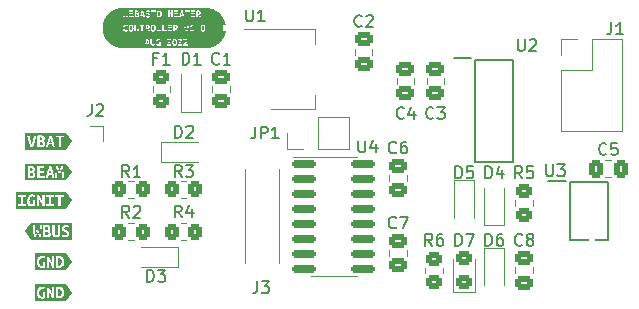
<source format=gbr>
%TF.GenerationSoftware,KiCad,Pcbnew,(6.0.2)*%
%TF.CreationDate,2022-08-24T15:21:41+12:00*%
%TF.ProjectId,Disco3_FBH,44697363-6f33-45f4-9642-482e6b696361,rev?*%
%TF.SameCoordinates,Original*%
%TF.FileFunction,Legend,Top*%
%TF.FilePolarity,Positive*%
%FSLAX46Y46*%
G04 Gerber Fmt 4.6, Leading zero omitted, Abs format (unit mm)*
G04 Created by KiCad (PCBNEW (6.0.2)) date 2022-08-24 15:21:41*
%MOMM*%
%LPD*%
G01*
G04 APERTURE LIST*
G04 Aperture macros list*
%AMRoundRect*
0 Rectangle with rounded corners*
0 $1 Rounding radius*
0 $2 $3 $4 $5 $6 $7 $8 $9 X,Y pos of 4 corners*
0 Add a 4 corners polygon primitive as box body*
4,1,4,$2,$3,$4,$5,$6,$7,$8,$9,$2,$3,0*
0 Add four circle primitives for the rounded corners*
1,1,$1+$1,$2,$3*
1,1,$1+$1,$4,$5*
1,1,$1+$1,$6,$7*
1,1,$1+$1,$8,$9*
0 Add four rect primitives between the rounded corners*
20,1,$1+$1,$2,$3,$4,$5,0*
20,1,$1+$1,$4,$5,$6,$7,0*
20,1,$1+$1,$6,$7,$8,$9,0*
20,1,$1+$1,$8,$9,$2,$3,0*%
G04 Aperture macros list end*
%ADD10C,0.150000*%
%ADD11C,0.120000*%
%ADD12C,0.200000*%
%ADD13C,0.100000*%
%ADD14R,0.800000X0.800000*%
%ADD15C,0.800000*%
%ADD16C,2.200000*%
%ADD17C,2.500000*%
%ADD18RoundRect,0.250000X-0.450000X0.350000X-0.450000X-0.350000X0.450000X-0.350000X0.450000X0.350000X0*%
%ADD19R,1.550000X0.650000*%
%ADD20R,2.000000X1.500000*%
%ADD21R,2.000000X3.800000*%
%ADD22R,1.000000X1.000000*%
%ADD23RoundRect,0.250000X-0.475000X0.337500X-0.475000X-0.337500X0.475000X-0.337500X0.475000X0.337500X0*%
%ADD24R,1.500000X0.650000*%
%ADD25RoundRect,0.250000X0.450000X-0.350000X0.450000X0.350000X-0.450000X0.350000X-0.450000X-0.350000X0*%
%ADD26RoundRect,0.250000X0.350000X0.450000X-0.350000X0.450000X-0.350000X-0.450000X0.350000X-0.450000X0*%
%ADD27RoundRect,0.250000X0.337500X0.475000X-0.337500X0.475000X-0.337500X-0.475000X0.337500X-0.475000X0*%
%ADD28RoundRect,0.250000X0.450000X-0.325000X0.450000X0.325000X-0.450000X0.325000X-0.450000X-0.325000X0*%
%ADD29R,1.700000X1.700000*%
%ADD30O,1.700000X1.700000*%
%ADD31RoundRect,0.150000X-0.825000X-0.150000X0.825000X-0.150000X0.825000X0.150000X-0.825000X0.150000X0*%
%ADD32RoundRect,0.250000X0.475000X-0.337500X0.475000X0.337500X-0.475000X0.337500X-0.475000X-0.337500X0*%
%ADD33RoundRect,0.250000X-0.350000X-0.450000X0.350000X-0.450000X0.350000X0.450000X-0.350000X0.450000X0*%
%ADD34C,0.900000*%
%ADD35C,0.600000*%
G04 APERTURE END LIST*
D10*
%TO.C,R6*%
X152478333Y-96437380D02*
X152145000Y-95961190D01*
X151906904Y-96437380D02*
X151906904Y-95437380D01*
X152287857Y-95437380D01*
X152383095Y-95485000D01*
X152430714Y-95532619D01*
X152478333Y-95627857D01*
X152478333Y-95770714D01*
X152430714Y-95865952D01*
X152383095Y-95913571D01*
X152287857Y-95961190D01*
X151906904Y-95961190D01*
X153335476Y-95437380D02*
X153145000Y-95437380D01*
X153049761Y-95485000D01*
X153002142Y-95532619D01*
X152906904Y-95675476D01*
X152859285Y-95865952D01*
X152859285Y-96246904D01*
X152906904Y-96342142D01*
X152954523Y-96389761D01*
X153049761Y-96437380D01*
X153240238Y-96437380D01*
X153335476Y-96389761D01*
X153383095Y-96342142D01*
X153430714Y-96246904D01*
X153430714Y-96008809D01*
X153383095Y-95913571D01*
X153335476Y-95865952D01*
X153240238Y-95818333D01*
X153049761Y-95818333D01*
X152954523Y-95865952D01*
X152906904Y-95913571D01*
X152859285Y-96008809D01*
%TO.C,U3*%
X162138095Y-89552380D02*
X162138095Y-90361904D01*
X162185714Y-90457142D01*
X162233333Y-90504761D01*
X162328571Y-90552380D01*
X162519047Y-90552380D01*
X162614285Y-90504761D01*
X162661904Y-90457142D01*
X162709523Y-90361904D01*
X162709523Y-89552380D01*
X163090476Y-89552380D02*
X163709523Y-89552380D01*
X163376190Y-89933333D01*
X163519047Y-89933333D01*
X163614285Y-89980952D01*
X163661904Y-90028571D01*
X163709523Y-90123809D01*
X163709523Y-90361904D01*
X163661904Y-90457142D01*
X163614285Y-90504761D01*
X163519047Y-90552380D01*
X163233333Y-90552380D01*
X163138095Y-90504761D01*
X163090476Y-90457142D01*
%TO.C,U1*%
X136738095Y-76452380D02*
X136738095Y-77261904D01*
X136785714Y-77357142D01*
X136833333Y-77404761D01*
X136928571Y-77452380D01*
X137119047Y-77452380D01*
X137214285Y-77404761D01*
X137261904Y-77357142D01*
X137309523Y-77261904D01*
X137309523Y-76452380D01*
X138309523Y-77452380D02*
X137738095Y-77452380D01*
X138023809Y-77452380D02*
X138023809Y-76452380D01*
X137928571Y-76595238D01*
X137833333Y-76690476D01*
X137738095Y-76738095D01*
%TO.C,D2*%
X130717954Y-87295118D02*
X130717954Y-86295118D01*
X130956050Y-86295118D01*
X131098907Y-86342738D01*
X131194145Y-86437976D01*
X131241764Y-86533214D01*
X131289383Y-86723690D01*
X131289383Y-86866547D01*
X131241764Y-87057023D01*
X131194145Y-87152261D01*
X131098907Y-87247499D01*
X130956050Y-87295118D01*
X130717954Y-87295118D01*
X131670335Y-86390357D02*
X131717954Y-86342738D01*
X131813192Y-86295118D01*
X132051288Y-86295118D01*
X132146526Y-86342738D01*
X132194145Y-86390357D01*
X132241764Y-86485595D01*
X132241764Y-86580833D01*
X132194145Y-86723690D01*
X131622716Y-87295118D01*
X132241764Y-87295118D01*
%TO.C,C6*%
X149428333Y-88532142D02*
X149380714Y-88579761D01*
X149237857Y-88627380D01*
X149142619Y-88627380D01*
X148999761Y-88579761D01*
X148904523Y-88484523D01*
X148856904Y-88389285D01*
X148809285Y-88198809D01*
X148809285Y-88055952D01*
X148856904Y-87865476D01*
X148904523Y-87770238D01*
X148999761Y-87675000D01*
X149142619Y-87627380D01*
X149237857Y-87627380D01*
X149380714Y-87675000D01*
X149428333Y-87722619D01*
X150285476Y-87627380D02*
X150095000Y-87627380D01*
X149999761Y-87675000D01*
X149952142Y-87722619D01*
X149856904Y-87865476D01*
X149809285Y-88055952D01*
X149809285Y-88436904D01*
X149856904Y-88532142D01*
X149904523Y-88579761D01*
X149999761Y-88627380D01*
X150190238Y-88627380D01*
X150285476Y-88579761D01*
X150333095Y-88532142D01*
X150380714Y-88436904D01*
X150380714Y-88198809D01*
X150333095Y-88103571D01*
X150285476Y-88055952D01*
X150190238Y-88008333D01*
X149999761Y-88008333D01*
X149904523Y-88055952D01*
X149856904Y-88103571D01*
X149809285Y-88198809D01*
%TO.C,D6*%
X156986904Y-96437380D02*
X156986904Y-95437380D01*
X157225000Y-95437380D01*
X157367857Y-95485000D01*
X157463095Y-95580238D01*
X157510714Y-95675476D01*
X157558333Y-95865952D01*
X157558333Y-96008809D01*
X157510714Y-96199285D01*
X157463095Y-96294523D01*
X157367857Y-96389761D01*
X157225000Y-96437380D01*
X156986904Y-96437380D01*
X158415476Y-95437380D02*
X158225000Y-95437380D01*
X158129761Y-95485000D01*
X158082142Y-95532619D01*
X157986904Y-95675476D01*
X157939285Y-95865952D01*
X157939285Y-96246904D01*
X157986904Y-96342142D01*
X158034523Y-96389761D01*
X158129761Y-96437380D01*
X158320238Y-96437380D01*
X158415476Y-96389761D01*
X158463095Y-96342142D01*
X158510714Y-96246904D01*
X158510714Y-96008809D01*
X158463095Y-95913571D01*
X158415476Y-95865952D01*
X158320238Y-95818333D01*
X158129761Y-95818333D01*
X158034523Y-95865952D01*
X157986904Y-95913571D01*
X157939285Y-96008809D01*
%TO.C,C4*%
X150083333Y-85607142D02*
X150035714Y-85654761D01*
X149892857Y-85702380D01*
X149797619Y-85702380D01*
X149654761Y-85654761D01*
X149559523Y-85559523D01*
X149511904Y-85464285D01*
X149464285Y-85273809D01*
X149464285Y-85130952D01*
X149511904Y-84940476D01*
X149559523Y-84845238D01*
X149654761Y-84750000D01*
X149797619Y-84702380D01*
X149892857Y-84702380D01*
X150035714Y-84750000D01*
X150083333Y-84797619D01*
X150940476Y-85035714D02*
X150940476Y-85702380D01*
X150702380Y-84654761D02*
X150464285Y-85369047D01*
X151083333Y-85369047D01*
%TO.C,D1*%
X131364128Y-81097380D02*
X131364128Y-80097380D01*
X131602224Y-80097380D01*
X131745081Y-80145000D01*
X131840319Y-80240238D01*
X131887938Y-80335476D01*
X131935557Y-80525952D01*
X131935557Y-80668809D01*
X131887938Y-80859285D01*
X131840319Y-80954523D01*
X131745081Y-81049761D01*
X131602224Y-81097380D01*
X131364128Y-81097380D01*
X132887938Y-81097380D02*
X132316509Y-81097380D01*
X132602224Y-81097380D02*
X132602224Y-80097380D01*
X132506985Y-80240238D01*
X132411747Y-80335476D01*
X132316509Y-80383095D01*
%TO.C,J3*%
X137666666Y-99452380D02*
X137666666Y-100166666D01*
X137619047Y-100309523D01*
X137523809Y-100404761D01*
X137380952Y-100452380D01*
X137285714Y-100452380D01*
X138047619Y-99452380D02*
X138666666Y-99452380D01*
X138333333Y-99833333D01*
X138476190Y-99833333D01*
X138571428Y-99880952D01*
X138619047Y-99928571D01*
X138666666Y-100023809D01*
X138666666Y-100261904D01*
X138619047Y-100357142D01*
X138571428Y-100404761D01*
X138476190Y-100452380D01*
X138190476Y-100452380D01*
X138095238Y-100404761D01*
X138047619Y-100357142D01*
%TO.C,U2*%
X159738095Y-78952380D02*
X159738095Y-79761904D01*
X159785714Y-79857142D01*
X159833333Y-79904761D01*
X159928571Y-79952380D01*
X160119047Y-79952380D01*
X160214285Y-79904761D01*
X160261904Y-79857142D01*
X160309523Y-79761904D01*
X160309523Y-78952380D01*
X160738095Y-79047619D02*
X160785714Y-79000000D01*
X160880952Y-78952380D01*
X161119047Y-78952380D01*
X161214285Y-79000000D01*
X161261904Y-79047619D01*
X161309523Y-79142857D01*
X161309523Y-79238095D01*
X161261904Y-79380952D01*
X160690476Y-79952380D01*
X161309523Y-79952380D01*
%TO.C,R5*%
X160098333Y-90722380D02*
X159765000Y-90246190D01*
X159526904Y-90722380D02*
X159526904Y-89722380D01*
X159907857Y-89722380D01*
X160003095Y-89770000D01*
X160050714Y-89817619D01*
X160098333Y-89912857D01*
X160098333Y-90055714D01*
X160050714Y-90150952D01*
X160003095Y-90198571D01*
X159907857Y-90246190D01*
X159526904Y-90246190D01*
X161003095Y-89722380D02*
X160526904Y-89722380D01*
X160479285Y-90198571D01*
X160526904Y-90150952D01*
X160622142Y-90103333D01*
X160860238Y-90103333D01*
X160955476Y-90150952D01*
X161003095Y-90198571D01*
X161050714Y-90293809D01*
X161050714Y-90531904D01*
X161003095Y-90627142D01*
X160955476Y-90674761D01*
X160860238Y-90722380D01*
X160622142Y-90722380D01*
X160526904Y-90674761D01*
X160479285Y-90627142D01*
%TO.C,R4*%
X131278333Y-94032380D02*
X130945000Y-93556190D01*
X130706904Y-94032380D02*
X130706904Y-93032380D01*
X131087857Y-93032380D01*
X131183095Y-93080000D01*
X131230714Y-93127619D01*
X131278333Y-93222857D01*
X131278333Y-93365714D01*
X131230714Y-93460952D01*
X131183095Y-93508571D01*
X131087857Y-93556190D01*
X130706904Y-93556190D01*
X132135476Y-93365714D02*
X132135476Y-94032380D01*
X131897380Y-92984761D02*
X131659285Y-93699047D01*
X132278333Y-93699047D01*
%TO.C,C5*%
X167233333Y-88657142D02*
X167185714Y-88704761D01*
X167042857Y-88752380D01*
X166947619Y-88752380D01*
X166804761Y-88704761D01*
X166709523Y-88609523D01*
X166661904Y-88514285D01*
X166614285Y-88323809D01*
X166614285Y-88180952D01*
X166661904Y-87990476D01*
X166709523Y-87895238D01*
X166804761Y-87800000D01*
X166947619Y-87752380D01*
X167042857Y-87752380D01*
X167185714Y-87800000D01*
X167233333Y-87847619D01*
X168138095Y-87752380D02*
X167661904Y-87752380D01*
X167614285Y-88228571D01*
X167661904Y-88180952D01*
X167757142Y-88133333D01*
X167995238Y-88133333D01*
X168090476Y-88180952D01*
X168138095Y-88228571D01*
X168185714Y-88323809D01*
X168185714Y-88561904D01*
X168138095Y-88657142D01*
X168090476Y-88704761D01*
X167995238Y-88752380D01*
X167757142Y-88752380D01*
X167661904Y-88704761D01*
X167614285Y-88657142D01*
%TO.C,F1*%
X129206666Y-80573571D02*
X128873333Y-80573571D01*
X128873333Y-81097380D02*
X128873333Y-80097380D01*
X129349523Y-80097380D01*
X130254285Y-81097380D02*
X129682857Y-81097380D01*
X129968571Y-81097380D02*
X129968571Y-80097380D01*
X129873333Y-80240238D01*
X129778095Y-80335476D01*
X129682857Y-80383095D01*
%TO.C,J2*%
X123656666Y-84452380D02*
X123656666Y-85166666D01*
X123609047Y-85309523D01*
X123513809Y-85404761D01*
X123370952Y-85452380D01*
X123275714Y-85452380D01*
X124085238Y-84547619D02*
X124132857Y-84500000D01*
X124228095Y-84452380D01*
X124466190Y-84452380D01*
X124561428Y-84500000D01*
X124609047Y-84547619D01*
X124656666Y-84642857D01*
X124656666Y-84738095D01*
X124609047Y-84880952D01*
X124037619Y-85452380D01*
X124656666Y-85452380D01*
%TO.C,D5*%
X154446904Y-90722380D02*
X154446904Y-89722380D01*
X154685000Y-89722380D01*
X154827857Y-89770000D01*
X154923095Y-89865238D01*
X154970714Y-89960476D01*
X155018333Y-90150952D01*
X155018333Y-90293809D01*
X154970714Y-90484285D01*
X154923095Y-90579523D01*
X154827857Y-90674761D01*
X154685000Y-90722380D01*
X154446904Y-90722380D01*
X155923095Y-89722380D02*
X155446904Y-89722380D01*
X155399285Y-90198571D01*
X155446904Y-90150952D01*
X155542142Y-90103333D01*
X155780238Y-90103333D01*
X155875476Y-90150952D01*
X155923095Y-90198571D01*
X155970714Y-90293809D01*
X155970714Y-90531904D01*
X155923095Y-90627142D01*
X155875476Y-90674761D01*
X155780238Y-90722380D01*
X155542142Y-90722380D01*
X155446904Y-90674761D01*
X155399285Y-90627142D01*
%TO.C,D7*%
X154446904Y-96437380D02*
X154446904Y-95437380D01*
X154685000Y-95437380D01*
X154827857Y-95485000D01*
X154923095Y-95580238D01*
X154970714Y-95675476D01*
X155018333Y-95865952D01*
X155018333Y-96008809D01*
X154970714Y-96199285D01*
X154923095Y-96294523D01*
X154827857Y-96389761D01*
X154685000Y-96437380D01*
X154446904Y-96437380D01*
X155351666Y-95437380D02*
X156018333Y-95437380D01*
X155589761Y-96437380D01*
%TO.C,C2*%
X146518333Y-77827142D02*
X146470714Y-77874761D01*
X146327857Y-77922380D01*
X146232619Y-77922380D01*
X146089761Y-77874761D01*
X145994523Y-77779523D01*
X145946904Y-77684285D01*
X145899285Y-77493809D01*
X145899285Y-77350952D01*
X145946904Y-77160476D01*
X145994523Y-77065238D01*
X146089761Y-76970000D01*
X146232619Y-76922380D01*
X146327857Y-76922380D01*
X146470714Y-76970000D01*
X146518333Y-77017619D01*
X146899285Y-77017619D02*
X146946904Y-76970000D01*
X147042142Y-76922380D01*
X147280238Y-76922380D01*
X147375476Y-76970000D01*
X147423095Y-77017619D01*
X147470714Y-77112857D01*
X147470714Y-77208095D01*
X147423095Y-77350952D01*
X146851666Y-77922380D01*
X147470714Y-77922380D01*
%TO.C,D4*%
X156986904Y-90722380D02*
X156986904Y-89722380D01*
X157225000Y-89722380D01*
X157367857Y-89770000D01*
X157463095Y-89865238D01*
X157510714Y-89960476D01*
X157558333Y-90150952D01*
X157558333Y-90293809D01*
X157510714Y-90484285D01*
X157463095Y-90579523D01*
X157367857Y-90674761D01*
X157225000Y-90722380D01*
X156986904Y-90722380D01*
X158415476Y-90055714D02*
X158415476Y-90722380D01*
X158177380Y-89674761D02*
X157939285Y-90389047D01*
X158558333Y-90389047D01*
%TO.C,C3*%
X152583333Y-85607142D02*
X152535714Y-85654761D01*
X152392857Y-85702380D01*
X152297619Y-85702380D01*
X152154761Y-85654761D01*
X152059523Y-85559523D01*
X152011904Y-85464285D01*
X151964285Y-85273809D01*
X151964285Y-85130952D01*
X152011904Y-84940476D01*
X152059523Y-84845238D01*
X152154761Y-84750000D01*
X152297619Y-84702380D01*
X152392857Y-84702380D01*
X152535714Y-84750000D01*
X152583333Y-84797619D01*
X152916666Y-84702380D02*
X153535714Y-84702380D01*
X153202380Y-85083333D01*
X153345238Y-85083333D01*
X153440476Y-85130952D01*
X153488095Y-85178571D01*
X153535714Y-85273809D01*
X153535714Y-85511904D01*
X153488095Y-85607142D01*
X153440476Y-85654761D01*
X153345238Y-85702380D01*
X153059523Y-85702380D01*
X152964285Y-85654761D01*
X152916666Y-85607142D01*
%TO.C,J1*%
X167641666Y-77517380D02*
X167641666Y-78231666D01*
X167594047Y-78374523D01*
X167498809Y-78469761D01*
X167355952Y-78517380D01*
X167260714Y-78517380D01*
X168641666Y-78517380D02*
X168070238Y-78517380D01*
X168355952Y-78517380D02*
X168355952Y-77517380D01*
X168260714Y-77660238D01*
X168165476Y-77755476D01*
X168070238Y-77803095D01*
%TO.C,R3*%
X131278333Y-90603380D02*
X130945000Y-90127190D01*
X130706904Y-90603380D02*
X130706904Y-89603380D01*
X131087857Y-89603380D01*
X131183095Y-89651000D01*
X131230714Y-89698619D01*
X131278333Y-89793857D01*
X131278333Y-89936714D01*
X131230714Y-90031952D01*
X131183095Y-90079571D01*
X131087857Y-90127190D01*
X130706904Y-90127190D01*
X131611666Y-89603380D02*
X132230714Y-89603380D01*
X131897380Y-89984333D01*
X132040238Y-89984333D01*
X132135476Y-90031952D01*
X132183095Y-90079571D01*
X132230714Y-90174809D01*
X132230714Y-90412904D01*
X132183095Y-90508142D01*
X132135476Y-90555761D01*
X132040238Y-90603380D01*
X131754523Y-90603380D01*
X131659285Y-90555761D01*
X131611666Y-90508142D01*
%TO.C,U4*%
X146238095Y-87532380D02*
X146238095Y-88341904D01*
X146285714Y-88437142D01*
X146333333Y-88484761D01*
X146428571Y-88532380D01*
X146619047Y-88532380D01*
X146714285Y-88484761D01*
X146761904Y-88437142D01*
X146809523Y-88341904D01*
X146809523Y-87532380D01*
X147714285Y-87865714D02*
X147714285Y-88532380D01*
X147476190Y-87484761D02*
X147238095Y-88199047D01*
X147857142Y-88199047D01*
%TO.C,C8*%
X160098333Y-96342142D02*
X160050714Y-96389761D01*
X159907857Y-96437380D01*
X159812619Y-96437380D01*
X159669761Y-96389761D01*
X159574523Y-96294523D01*
X159526904Y-96199285D01*
X159479285Y-96008809D01*
X159479285Y-95865952D01*
X159526904Y-95675476D01*
X159574523Y-95580238D01*
X159669761Y-95485000D01*
X159812619Y-95437380D01*
X159907857Y-95437380D01*
X160050714Y-95485000D01*
X160098333Y-95532619D01*
X160669761Y-95865952D02*
X160574523Y-95818333D01*
X160526904Y-95770714D01*
X160479285Y-95675476D01*
X160479285Y-95627857D01*
X160526904Y-95532619D01*
X160574523Y-95485000D01*
X160669761Y-95437380D01*
X160860238Y-95437380D01*
X160955476Y-95485000D01*
X161003095Y-95532619D01*
X161050714Y-95627857D01*
X161050714Y-95675476D01*
X161003095Y-95770714D01*
X160955476Y-95818333D01*
X160860238Y-95865952D01*
X160669761Y-95865952D01*
X160574523Y-95913571D01*
X160526904Y-95961190D01*
X160479285Y-96056428D01*
X160479285Y-96246904D01*
X160526904Y-96342142D01*
X160574523Y-96389761D01*
X160669761Y-96437380D01*
X160860238Y-96437380D01*
X160955476Y-96389761D01*
X161003095Y-96342142D01*
X161050714Y-96246904D01*
X161050714Y-96056428D01*
X161003095Y-95961190D01*
X160955476Y-95913571D01*
X160860238Y-95865952D01*
%TO.C,C1*%
X134445924Y-81002142D02*
X134398305Y-81049761D01*
X134255448Y-81097380D01*
X134160210Y-81097380D01*
X134017352Y-81049761D01*
X133922114Y-80954523D01*
X133874495Y-80859285D01*
X133826876Y-80668809D01*
X133826876Y-80525952D01*
X133874495Y-80335476D01*
X133922114Y-80240238D01*
X134017352Y-80145000D01*
X134160210Y-80097380D01*
X134255448Y-80097380D01*
X134398305Y-80145000D01*
X134445924Y-80192619D01*
X135398305Y-81097380D02*
X134826876Y-81097380D01*
X135112591Y-81097380D02*
X135112591Y-80097380D01*
X135017352Y-80240238D01*
X134922114Y-80335476D01*
X134826876Y-80383095D01*
%TO.C,R2*%
X126833333Y-94052380D02*
X126500000Y-93576190D01*
X126261904Y-94052380D02*
X126261904Y-93052380D01*
X126642857Y-93052380D01*
X126738095Y-93100000D01*
X126785714Y-93147619D01*
X126833333Y-93242857D01*
X126833333Y-93385714D01*
X126785714Y-93480952D01*
X126738095Y-93528571D01*
X126642857Y-93576190D01*
X126261904Y-93576190D01*
X127214285Y-93147619D02*
X127261904Y-93100000D01*
X127357142Y-93052380D01*
X127595238Y-93052380D01*
X127690476Y-93100000D01*
X127738095Y-93147619D01*
X127785714Y-93242857D01*
X127785714Y-93338095D01*
X127738095Y-93480952D01*
X127166666Y-94052380D01*
X127785714Y-94052380D01*
%TO.C,C7*%
X149428333Y-94882142D02*
X149380714Y-94929761D01*
X149237857Y-94977380D01*
X149142619Y-94977380D01*
X148999761Y-94929761D01*
X148904523Y-94834523D01*
X148856904Y-94739285D01*
X148809285Y-94548809D01*
X148809285Y-94405952D01*
X148856904Y-94215476D01*
X148904523Y-94120238D01*
X148999761Y-94025000D01*
X149142619Y-93977380D01*
X149237857Y-93977380D01*
X149380714Y-94025000D01*
X149428333Y-94072619D01*
X149761666Y-93977380D02*
X150428333Y-93977380D01*
X149999761Y-94977380D01*
%TO.C,D3*%
X128350854Y-99480502D02*
X128350854Y-98480502D01*
X128588950Y-98480502D01*
X128731807Y-98528122D01*
X128827045Y-98623360D01*
X128874664Y-98718598D01*
X128922283Y-98909074D01*
X128922283Y-99051931D01*
X128874664Y-99242407D01*
X128827045Y-99337645D01*
X128731807Y-99432883D01*
X128588950Y-99480502D01*
X128350854Y-99480502D01*
X129255616Y-98480502D02*
X129874664Y-98480502D01*
X129541330Y-98861455D01*
X129684188Y-98861455D01*
X129779426Y-98909074D01*
X129827045Y-98956693D01*
X129874664Y-99051931D01*
X129874664Y-99290026D01*
X129827045Y-99385264D01*
X129779426Y-99432883D01*
X129684188Y-99480502D01*
X129398473Y-99480502D01*
X129303235Y-99432883D01*
X129255616Y-99385264D01*
%TO.C,R1*%
X126833333Y-90627380D02*
X126500000Y-90151190D01*
X126261904Y-90627380D02*
X126261904Y-89627380D01*
X126642857Y-89627380D01*
X126738095Y-89675000D01*
X126785714Y-89722619D01*
X126833333Y-89817857D01*
X126833333Y-89960714D01*
X126785714Y-90055952D01*
X126738095Y-90103571D01*
X126642857Y-90151190D01*
X126261904Y-90151190D01*
X127785714Y-90627380D02*
X127214285Y-90627380D01*
X127500000Y-90627380D02*
X127500000Y-89627380D01*
X127404761Y-89770238D01*
X127309523Y-89865476D01*
X127214285Y-89913095D01*
%TO.C,JP1*%
X137501666Y-86352380D02*
X137501666Y-87066666D01*
X137454047Y-87209523D01*
X137358809Y-87304761D01*
X137215952Y-87352380D01*
X137120714Y-87352380D01*
X137977857Y-87352380D02*
X137977857Y-86352380D01*
X138358809Y-86352380D01*
X138454047Y-86400000D01*
X138501666Y-86447619D01*
X138549285Y-86542857D01*
X138549285Y-86685714D01*
X138501666Y-86780952D01*
X138454047Y-86828571D01*
X138358809Y-86876190D01*
X137977857Y-86876190D01*
X139501666Y-87352380D02*
X138930238Y-87352380D01*
X139215952Y-87352380D02*
X139215952Y-86352380D01*
X139120714Y-86495238D01*
X139025476Y-86590476D01*
X138930238Y-86638095D01*
D11*
%TO.C,R6*%
X151910000Y-98297936D02*
X151910000Y-98752064D01*
X153380000Y-98297936D02*
X153380000Y-98752064D01*
%TO.C,kibuzzard-62F61ED5*%
G36*
X117242827Y-91888800D02*
G01*
X121483040Y-91888800D01*
X121957173Y-92600000D01*
X121483040Y-93311200D01*
X117242827Y-93311200D01*
X117242827Y-93092125D01*
X117441265Y-93092125D01*
X118065152Y-93092125D01*
X118065152Y-92930200D01*
X117852427Y-92930200D01*
X117852427Y-92600000D01*
X118192152Y-92600000D01*
X118199296Y-92719261D01*
X118220727Y-92823044D01*
X118255255Y-92911150D01*
X118301690Y-92983381D01*
X118359435Y-93039737D01*
X118427896Y-93080219D01*
X118506279Y-93104627D01*
X118593790Y-93112762D01*
X118690826Y-93108794D01*
X118772383Y-93096887D01*
X118790505Y-93092125D01*
X119016065Y-93092125D01*
X119192277Y-93092125D01*
X119192277Y-92439662D01*
X119251279Y-92548583D01*
X119307635Y-92657326D01*
X119361346Y-92765894D01*
X119412410Y-92874461D01*
X119460829Y-92983205D01*
X119506602Y-93092125D01*
X119663765Y-93092125D01*
X119822515Y-93092125D01*
X120446402Y-93092125D01*
X120446402Y-92930200D01*
X120233677Y-92930200D01*
X120233677Y-92271387D01*
X120446402Y-92271387D01*
X120570227Y-92271387D01*
X120828990Y-92271387D01*
X120828990Y-93092125D01*
X121025840Y-93092125D01*
X121025840Y-92271387D01*
X121284602Y-92271387D01*
X121284602Y-92109462D01*
X120570227Y-92109462D01*
X120570227Y-92271387D01*
X120446402Y-92271387D01*
X120446402Y-92109462D01*
X119822515Y-92109462D01*
X119822515Y-92271387D01*
X120036827Y-92271387D01*
X120036827Y-92930200D01*
X119822515Y-92930200D01*
X119822515Y-93092125D01*
X119663765Y-93092125D01*
X119663765Y-92109462D01*
X119487552Y-92109462D01*
X119487552Y-92714300D01*
X119459572Y-92652387D01*
X119426433Y-92580950D01*
X119389127Y-92503559D01*
X119348646Y-92423787D01*
X119305982Y-92342627D01*
X119262127Y-92261069D01*
X119217677Y-92182289D01*
X119173227Y-92109462D01*
X119016065Y-92109462D01*
X119016065Y-93092125D01*
X118790505Y-93092125D01*
X118881127Y-93068312D01*
X118881127Y-92577775D01*
X118685865Y-92577775D01*
X118685865Y-92936550D01*
X118647765Y-92941312D01*
X118609665Y-92942900D01*
X118514811Y-92922064D01*
X118446152Y-92859556D01*
X118415284Y-92793675D01*
X118396763Y-92707156D01*
X118390590Y-92600000D01*
X118393963Y-92527173D01*
X118404083Y-92461094D01*
X118448533Y-92353144D01*
X118527115Y-92282500D01*
X118644590Y-92257100D01*
X118749365Y-92274562D01*
X118835090Y-92314250D01*
X118885890Y-92158675D01*
X118853346Y-92139625D01*
X118798577Y-92115812D01*
X118719996Y-92095969D01*
X118617602Y-92087237D01*
X118531480Y-92095373D01*
X118450915Y-92119781D01*
X118378286Y-92160461D01*
X118315977Y-92217412D01*
X118264780Y-92290239D01*
X118225490Y-92378544D01*
X118200486Y-92481930D01*
X118192152Y-92600000D01*
X117852427Y-92600000D01*
X117852427Y-92271387D01*
X118065152Y-92271387D01*
X118065152Y-92109462D01*
X117441265Y-92109462D01*
X117441265Y-92271387D01*
X117655577Y-92271387D01*
X117655577Y-92930200D01*
X117441265Y-92930200D01*
X117441265Y-93092125D01*
X117242827Y-93092125D01*
X117242827Y-91888800D01*
G37*
D12*
%TO.C,U3*%
X167350000Y-95950000D02*
X164150000Y-95950000D01*
X164150000Y-91050000D02*
X167350000Y-91050000D01*
X162250000Y-90920000D02*
X163800000Y-90920000D01*
X164150000Y-95950000D02*
X164150000Y-91050000D01*
X167350000Y-91050000D02*
X167350000Y-95950000D01*
D11*
%TO.C,U1*%
X142590000Y-78080000D02*
X142590000Y-79340000D01*
X142590000Y-84900000D02*
X142590000Y-83640000D01*
X138830000Y-84900000D02*
X142590000Y-84900000D01*
X136580000Y-78080000D02*
X142590000Y-78080000D01*
%TO.C,D2*%
X129545000Y-87650000D02*
X129545000Y-89350000D01*
X129545000Y-87650000D02*
X132695000Y-87650000D01*
X129545000Y-89350000D02*
X132695000Y-89350000D01*
%TO.C,C6*%
X148860000Y-90453748D02*
X148860000Y-90976252D01*
X150330000Y-90453748D02*
X150330000Y-90976252D01*
%TO.C,kibuzzard-62F61EFB*%
G36*
X118816733Y-99688800D02*
G01*
X121509133Y-99688800D01*
X121983267Y-100400000D01*
X121509133Y-101111200D01*
X118816733Y-101111200D01*
X118816733Y-100400000D01*
X119015171Y-100400000D01*
X119022315Y-100519261D01*
X119043746Y-100623044D01*
X119078274Y-100711150D01*
X119124708Y-100783381D01*
X119182454Y-100839737D01*
X119250915Y-100880219D01*
X119329297Y-100904627D01*
X119416808Y-100912762D01*
X119513844Y-100908794D01*
X119595402Y-100896887D01*
X119613524Y-100892125D01*
X119839083Y-100892125D01*
X120015296Y-100892125D01*
X120015296Y-100239662D01*
X120074298Y-100348583D01*
X120130654Y-100457326D01*
X120184365Y-100565894D01*
X120235429Y-100674461D01*
X120283848Y-100783205D01*
X120329621Y-100892125D01*
X120486783Y-100892125D01*
X120486783Y-100881012D01*
X120645533Y-100881012D01*
X120752690Y-100899269D01*
X120855083Y-100904825D01*
X120950929Y-100897880D01*
X121038440Y-100877044D01*
X121116029Y-100841127D01*
X121182108Y-100788937D01*
X121235885Y-100719683D01*
X121276565Y-100632569D01*
X121302163Y-100526405D01*
X121310696Y-100400000D01*
X121302957Y-100276373D01*
X121279740Y-100172194D01*
X121242632Y-100086072D01*
X121193221Y-100016619D01*
X121131507Y-99963636D01*
X121057490Y-99926925D01*
X120973154Y-99905494D01*
X120880483Y-99898350D01*
X120770946Y-99903112D01*
X120645533Y-99922162D01*
X120645533Y-100881012D01*
X120486783Y-100881012D01*
X120486783Y-99909462D01*
X120310571Y-99909462D01*
X120310571Y-100514300D01*
X120282591Y-100452387D01*
X120249452Y-100380950D01*
X120212146Y-100303559D01*
X120171665Y-100223787D01*
X120129001Y-100142627D01*
X120085146Y-100061069D01*
X120040696Y-99982289D01*
X119996246Y-99909462D01*
X119839083Y-99909462D01*
X119839083Y-100892125D01*
X119613524Y-100892125D01*
X119704146Y-100868312D01*
X119704146Y-100377775D01*
X119508883Y-100377775D01*
X119508883Y-100736550D01*
X119470783Y-100741312D01*
X119432683Y-100742900D01*
X119337830Y-100722064D01*
X119269171Y-100659556D01*
X119238303Y-100593675D01*
X119219782Y-100507156D01*
X119213608Y-100400000D01*
X119216982Y-100327173D01*
X119227102Y-100261094D01*
X119271552Y-100153144D01*
X119350133Y-100082500D01*
X119467608Y-100057100D01*
X119572383Y-100074562D01*
X119658108Y-100114250D01*
X119708908Y-99958675D01*
X119676365Y-99939625D01*
X119621596Y-99915812D01*
X119543015Y-99895969D01*
X119440621Y-99887237D01*
X119354499Y-99895373D01*
X119273933Y-99919781D01*
X119201305Y-99960461D01*
X119138996Y-100017412D01*
X119087799Y-100090239D01*
X119048508Y-100178544D01*
X119023505Y-100281930D01*
X119015171Y-100400000D01*
X118816733Y-100400000D01*
X118816733Y-99688800D01*
G37*
G36*
X121004308Y-100095994D02*
G01*
X121069396Y-100169812D01*
X121102733Y-100276175D01*
X121112258Y-100400000D01*
X121109282Y-100470048D01*
X121100352Y-100534144D01*
X121060665Y-100639712D01*
X120987640Y-100709562D01*
X120875721Y-100734962D01*
X120858258Y-100734962D01*
X120840796Y-100733375D01*
X120840796Y-100072975D01*
X120869371Y-100069006D01*
X120897946Y-100068212D01*
X121004308Y-100095994D01*
G37*
%TO.C,D6*%
X156875000Y-96625000D02*
X156875000Y-99775000D01*
X158575000Y-96625000D02*
X156875000Y-96625000D01*
X158575000Y-96625000D02*
X158575000Y-99775000D01*
%TO.C,C4*%
X150945000Y-82238748D02*
X150945000Y-82761252D01*
X149475000Y-82238748D02*
X149475000Y-82761252D01*
%TO.C,D1*%
X131230000Y-85085000D02*
X132930000Y-85085000D01*
X131230000Y-85085000D02*
X131230000Y-81935000D01*
X132930000Y-85085000D02*
X132930000Y-81935000D01*
%TO.C,kibuzzard-62F61DC3*%
G36*
X119404158Y-87270594D02*
G01*
X119448608Y-87286469D01*
X119478771Y-87319806D01*
X119489883Y-87376162D01*
X119451783Y-87465856D01*
X119339071Y-87498400D01*
X119262871Y-87498400D01*
X119262871Y-87272975D01*
X119305733Y-87268212D01*
X119351771Y-87266625D01*
X119404158Y-87270594D01*
G37*
G36*
X120200290Y-87403944D02*
G01*
X120225690Y-87502369D01*
X120247121Y-87600000D01*
X120266171Y-87701600D01*
X120074083Y-87701600D01*
X120093927Y-87600000D01*
X120116152Y-87502369D01*
X120141552Y-87403944D01*
X120170921Y-87298375D01*
X120200290Y-87403944D01*
G37*
G36*
X118010333Y-86898325D02*
G01*
X121521883Y-86898325D01*
X121989667Y-87600000D01*
X121521883Y-88301675D01*
X118010333Y-88301675D01*
X118010333Y-87107875D01*
X118208771Y-87107875D01*
X118227027Y-87196775D01*
X118253221Y-87307900D01*
X118274211Y-87391067D01*
X118296965Y-87477586D01*
X118321483Y-87567456D01*
X118347412Y-87659090D01*
X118374400Y-87750901D01*
X118402446Y-87842888D01*
X118444118Y-87973856D01*
X118483408Y-88090538D01*
X118685021Y-88090538D01*
X118690715Y-88074663D01*
X119067608Y-88074663D01*
X119136268Y-88087164D01*
X119205721Y-88096094D01*
X119274380Y-88101452D01*
X119340658Y-88103238D01*
X119419041Y-88099467D01*
X119476845Y-88090538D01*
X119789921Y-88090538D01*
X119993121Y-88090538D01*
X120037571Y-87863525D01*
X120299508Y-87863525D01*
X120345546Y-88090538D01*
X120555096Y-88090538D01*
X120528902Y-87979127D01*
X120502391Y-87870954D01*
X120475562Y-87766021D01*
X120448416Y-87664325D01*
X120420952Y-87565869D01*
X120386374Y-87446459D01*
X120351697Y-87330323D01*
X120333048Y-87269800D01*
X120609071Y-87269800D01*
X120867833Y-87269800D01*
X120867833Y-88090538D01*
X121064683Y-88090538D01*
X121064683Y-87269800D01*
X121323446Y-87269800D01*
X121323446Y-87107875D01*
X120609071Y-87107875D01*
X120609071Y-87269800D01*
X120333048Y-87269800D01*
X120316921Y-87217462D01*
X120282046Y-87107875D01*
X120069321Y-87107875D01*
X120035686Y-87216569D01*
X120001455Y-87328339D01*
X119966629Y-87443185D01*
X119931208Y-87561106D01*
X119902697Y-87658737D01*
X119874312Y-87760496D01*
X119846055Y-87866383D01*
X119817924Y-87976396D01*
X119789921Y-88090538D01*
X119476845Y-88090538D01*
X119492265Y-88088156D01*
X119558146Y-88067916D01*
X119614502Y-88037356D01*
X119696258Y-87942106D01*
X119718880Y-87875233D01*
X119726421Y-87793675D01*
X119717491Y-87727000D01*
X119690702Y-87663500D01*
X119638910Y-87607938D01*
X119554971Y-87565075D01*
X119646252Y-87479350D01*
X119671851Y-87421406D01*
X119680383Y-87355525D01*
X119666096Y-87263450D01*
X119612121Y-87180106D01*
X119502583Y-87119781D01*
X119422415Y-87102517D01*
X119321608Y-87096762D01*
X119189846Y-87103906D01*
X119067608Y-87120575D01*
X119067608Y-88074663D01*
X118690715Y-88074663D01*
X118715360Y-88005959D01*
X118744993Y-87919440D01*
X118773921Y-87830981D01*
X118801702Y-87742081D01*
X118827896Y-87654240D01*
X118852502Y-87567456D01*
X118886236Y-87441052D01*
X118916002Y-87320600D01*
X118941601Y-87208681D01*
X118962833Y-87107875D01*
X118758046Y-87107875D01*
X118743758Y-87190425D01*
X118726296Y-87285675D01*
X118706452Y-87388664D01*
X118685021Y-87494431D01*
X118662002Y-87600794D01*
X118637396Y-87705569D01*
X118611996Y-87803795D01*
X118586596Y-87890512D01*
X118560997Y-87802605D01*
X118535002Y-87703981D01*
X118509602Y-87599206D01*
X118485790Y-87492844D01*
X118463763Y-87387275D01*
X118443721Y-87284881D01*
X118427052Y-87190227D01*
X118415146Y-87107875D01*
X118208771Y-87107875D01*
X118010333Y-87107875D01*
X118010333Y-86898325D01*
G37*
G36*
X119489090Y-87691281D02*
G01*
X119534333Y-87793675D01*
X119518458Y-87864319D01*
X119477977Y-87907181D01*
X119421621Y-87927819D01*
X119356533Y-87933375D01*
X119308115Y-87931788D01*
X119262871Y-87927025D01*
X119262871Y-87660325D01*
X119367646Y-87660325D01*
X119489090Y-87691281D01*
G37*
D13*
%TO.C,J3*%
X136650000Y-89920000D02*
X136650000Y-97860000D01*
X139550000Y-89920000D02*
X139550000Y-97860000D01*
D12*
%TO.C,U2*%
X156150000Y-89325000D02*
X156150000Y-80675000D01*
X154300000Y-80515000D02*
X155800000Y-80515000D01*
X159350000Y-89325000D02*
X156150000Y-89325000D01*
X159350000Y-80675000D02*
X159350000Y-89325000D01*
X156150000Y-80675000D02*
X159350000Y-80675000D01*
D11*
%TO.C,R5*%
X159530000Y-93037064D02*
X159530000Y-92582936D01*
X161000000Y-93037064D02*
X161000000Y-92582936D01*
%TO.C,R4*%
X131672064Y-95985000D02*
X131217936Y-95985000D01*
X131672064Y-94515000D02*
X131217936Y-94515000D01*
%TO.C,C5*%
X167661252Y-90635000D02*
X167138748Y-90635000D01*
X167661252Y-89165000D02*
X167138748Y-89165000D01*
%TO.C,F1*%
X128830000Y-83446252D02*
X128830000Y-82923748D01*
X130250000Y-83446252D02*
X130250000Y-82923748D01*
%TO.C,J2*%
X124610000Y-86260000D02*
X124610000Y-87590000D01*
X123500000Y-86260000D02*
X124610000Y-86260000D01*
%TO.C,D5*%
X156035000Y-90910000D02*
X156035000Y-94060000D01*
X156035000Y-90910000D02*
X154335000Y-90910000D01*
X154335000Y-90910000D02*
X154335000Y-94060000D01*
%TO.C,kibuzzard-62F61EF6*%
G36*
X118816733Y-97088800D02*
G01*
X121509133Y-97088800D01*
X121983267Y-97800000D01*
X121509133Y-98511200D01*
X118816733Y-98511200D01*
X118816733Y-97800000D01*
X119015171Y-97800000D01*
X119022315Y-97919261D01*
X119043746Y-98023044D01*
X119078274Y-98111150D01*
X119124708Y-98183381D01*
X119182454Y-98239737D01*
X119250915Y-98280219D01*
X119329297Y-98304627D01*
X119416808Y-98312762D01*
X119513844Y-98308794D01*
X119595402Y-98296887D01*
X119613524Y-98292125D01*
X119839083Y-98292125D01*
X120015296Y-98292125D01*
X120015296Y-97639662D01*
X120074298Y-97748583D01*
X120130654Y-97857326D01*
X120184365Y-97965894D01*
X120235429Y-98074461D01*
X120283848Y-98183205D01*
X120329621Y-98292125D01*
X120486783Y-98292125D01*
X120486783Y-98281012D01*
X120645533Y-98281012D01*
X120752690Y-98299269D01*
X120855083Y-98304825D01*
X120950929Y-98297880D01*
X121038440Y-98277044D01*
X121116029Y-98241127D01*
X121182108Y-98188937D01*
X121235885Y-98119683D01*
X121276565Y-98032569D01*
X121302163Y-97926405D01*
X121310696Y-97800000D01*
X121302957Y-97676373D01*
X121279740Y-97572194D01*
X121242632Y-97486072D01*
X121193221Y-97416619D01*
X121131507Y-97363636D01*
X121057490Y-97326925D01*
X120973154Y-97305494D01*
X120880483Y-97298350D01*
X120770946Y-97303112D01*
X120645533Y-97322162D01*
X120645533Y-98281012D01*
X120486783Y-98281012D01*
X120486783Y-97309462D01*
X120310571Y-97309462D01*
X120310571Y-97914300D01*
X120282591Y-97852387D01*
X120249452Y-97780950D01*
X120212146Y-97703559D01*
X120171665Y-97623787D01*
X120129001Y-97542627D01*
X120085146Y-97461069D01*
X120040696Y-97382289D01*
X119996246Y-97309462D01*
X119839083Y-97309462D01*
X119839083Y-98292125D01*
X119613524Y-98292125D01*
X119704146Y-98268312D01*
X119704146Y-97777775D01*
X119508883Y-97777775D01*
X119508883Y-98136550D01*
X119470783Y-98141312D01*
X119432683Y-98142900D01*
X119337830Y-98122064D01*
X119269171Y-98059556D01*
X119238303Y-97993675D01*
X119219782Y-97907156D01*
X119213608Y-97800000D01*
X119216982Y-97727173D01*
X119227102Y-97661094D01*
X119271552Y-97553144D01*
X119350133Y-97482500D01*
X119467608Y-97457100D01*
X119572383Y-97474562D01*
X119658108Y-97514250D01*
X119708908Y-97358675D01*
X119676365Y-97339625D01*
X119621596Y-97315812D01*
X119543015Y-97295969D01*
X119440621Y-97287237D01*
X119354499Y-97295373D01*
X119273933Y-97319781D01*
X119201305Y-97360461D01*
X119138996Y-97417412D01*
X119087799Y-97490239D01*
X119048508Y-97578544D01*
X119023505Y-97681930D01*
X119015171Y-97800000D01*
X118816733Y-97800000D01*
X118816733Y-97088800D01*
G37*
G36*
X121004308Y-97495994D02*
G01*
X121069396Y-97569812D01*
X121102733Y-97676175D01*
X121112258Y-97800000D01*
X121109282Y-97870048D01*
X121100352Y-97934144D01*
X121060665Y-98039712D01*
X120987640Y-98109562D01*
X120875721Y-98134962D01*
X120858258Y-98134962D01*
X120840796Y-98133375D01*
X120840796Y-97472975D01*
X120869371Y-97469006D01*
X120897946Y-97468212D01*
X121004308Y-97495994D01*
G37*
%TO.C,D7*%
X156145000Y-100385000D02*
X156145000Y-97525000D01*
X154225000Y-97525000D02*
X154225000Y-100385000D01*
X154225000Y-100385000D02*
X156145000Y-100385000D01*
%TO.C,C2*%
X147420000Y-79748748D02*
X147420000Y-80271252D01*
X145950000Y-79748748D02*
X145950000Y-80271252D01*
%TO.C,D4*%
X156875000Y-94710000D02*
X158575000Y-94710000D01*
X156875000Y-94710000D02*
X156875000Y-91560000D01*
X158575000Y-94710000D02*
X158575000Y-91560000D01*
%TO.C,C3*%
X152015000Y-82238748D02*
X152015000Y-82761252D01*
X153485000Y-82238748D02*
X153485000Y-82761252D01*
%TO.C,J1*%
X163395000Y-78945000D02*
X164725000Y-78945000D01*
X168595000Y-78945000D02*
X168595000Y-86685000D01*
X165995000Y-81545000D02*
X165995000Y-78945000D01*
X163395000Y-86685000D02*
X168595000Y-86685000D01*
X163395000Y-81545000D02*
X165995000Y-81545000D01*
X163395000Y-80275000D02*
X163395000Y-78945000D01*
X163395000Y-81545000D02*
X163395000Y-86685000D01*
X165995000Y-78945000D02*
X168595000Y-78945000D01*
%TO.C,R3*%
X131672064Y-90940000D02*
X131217936Y-90940000D01*
X131672064Y-92410000D02*
X131217936Y-92410000D01*
%TO.C,U4*%
X144145000Y-99040000D02*
X146095000Y-99040000D01*
X144145000Y-99040000D02*
X142195000Y-99040000D01*
X144145000Y-88920000D02*
X140695000Y-88920000D01*
X144145000Y-88920000D02*
X146095000Y-88920000D01*
%TO.C,C8*%
X161000000Y-98263748D02*
X161000000Y-98786252D01*
X159530000Y-98263748D02*
X159530000Y-98786252D01*
%TO.C,kibuzzard-62F62203*%
G36*
X127038057Y-77817798D02*
G01*
X127065741Y-77860965D01*
X127078879Y-77925247D01*
X127081342Y-77963605D01*
X127082163Y-78004544D01*
X127078879Y-78083372D01*
X127065741Y-78147654D01*
X127037588Y-78191290D01*
X126990198Y-78207244D01*
X126942338Y-78191290D01*
X126914655Y-78148123D01*
X126901517Y-78083841D01*
X126899053Y-78045483D01*
X126898232Y-78004544D01*
X126901517Y-77925716D01*
X126914655Y-77861434D01*
X126942338Y-77817798D01*
X126990198Y-77801844D01*
X127038057Y-77817798D01*
G37*
G36*
X133089951Y-78208182D02*
G01*
X133048426Y-78195161D01*
X133017693Y-78156099D01*
X132998690Y-78091935D01*
X132992355Y-78003606D01*
X132993033Y-77994221D01*
X133038338Y-77994221D01*
X133052415Y-78037858D01*
X133090890Y-78056157D01*
X133127958Y-78037858D01*
X133142503Y-77994221D01*
X133127958Y-77950115D01*
X133090890Y-77931347D01*
X133052415Y-77950115D01*
X133038338Y-77994221D01*
X132993033Y-77994221D01*
X132998690Y-77915980D01*
X133017693Y-77852050D01*
X133048426Y-77812988D01*
X133089951Y-77799968D01*
X133132063Y-77812988D01*
X133162679Y-77852050D01*
X133181330Y-77915980D01*
X133187548Y-78003606D01*
X133181330Y-78091935D01*
X133162679Y-78156099D01*
X133132063Y-78195161D01*
X133090890Y-78207892D01*
X133089951Y-78208182D01*
G37*
G36*
X131303674Y-76692874D02*
G01*
X131318914Y-76751929D01*
X131331773Y-76810508D01*
X131343203Y-76871468D01*
X131227950Y-76871468D01*
X131239856Y-76810508D01*
X131253191Y-76751929D01*
X131268431Y-76692874D01*
X131286053Y-76629533D01*
X131303674Y-76692874D01*
G37*
G36*
X130751634Y-77813809D02*
G01*
X130784245Y-77829997D01*
X130805359Y-77857681D01*
X130812397Y-77897564D01*
X130786121Y-77962784D01*
X130751634Y-77980028D01*
X130700725Y-77985776D01*
X130675387Y-77985776D01*
X130675387Y-77811229D01*
X130694156Y-77808883D01*
X130710109Y-77808413D01*
X130751634Y-77813809D01*
G37*
G36*
X128405575Y-77813809D02*
G01*
X128438185Y-77829997D01*
X128459300Y-77857681D01*
X128466338Y-77897564D01*
X128440062Y-77962784D01*
X128405575Y-77980028D01*
X128354666Y-77985776D01*
X128329328Y-77985776D01*
X128329328Y-77811229D01*
X128348097Y-77808883D01*
X128364050Y-77808413D01*
X128405575Y-77813809D01*
G37*
G36*
X129430583Y-76620008D02*
G01*
X129458681Y-76663823D01*
X129472016Y-76729069D01*
X129474517Y-76768003D01*
X129475350Y-76809555D01*
X129474517Y-76850989D01*
X129472016Y-76889565D01*
X129458681Y-76954812D01*
X129430106Y-76999103D01*
X129382005Y-77015295D01*
X129333428Y-76999103D01*
X129305329Y-76955288D01*
X129291994Y-76890042D01*
X129289493Y-76851108D01*
X129288660Y-76809555D01*
X129289493Y-76768122D01*
X129291994Y-76729545D01*
X129305329Y-76664299D01*
X129333428Y-76620008D01*
X129382005Y-76603815D01*
X129430583Y-76620008D01*
G37*
G36*
X128914905Y-77817798D02*
G01*
X128942588Y-77860965D01*
X128955726Y-77925247D01*
X128958189Y-77963605D01*
X128959011Y-78004544D01*
X128955726Y-78083372D01*
X128942588Y-78147654D01*
X128914435Y-78191290D01*
X128867045Y-78207244D01*
X128819185Y-78191290D01*
X128791502Y-78148123D01*
X128778364Y-78083841D01*
X128775901Y-78045483D01*
X128775080Y-78004544D01*
X128778364Y-77925716D01*
X128791502Y-77861434D01*
X128819185Y-77817798D01*
X128867045Y-77801844D01*
X128914905Y-77817798D01*
G37*
G36*
X128383267Y-79086123D02*
G01*
X128398063Y-79143458D01*
X128410548Y-79200330D01*
X128421645Y-79259515D01*
X128309749Y-79259515D01*
X128321308Y-79200330D01*
X128334255Y-79143458D01*
X128349051Y-79086123D01*
X128366159Y-79024626D01*
X128383267Y-79086123D01*
G37*
G36*
X132723613Y-76615960D02*
G01*
X132756713Y-76632390D01*
X132778144Y-76660489D01*
X132785288Y-76700970D01*
X132758618Y-76767169D01*
X132723613Y-76784671D01*
X132671940Y-76790505D01*
X132646223Y-76790505D01*
X132646223Y-76613340D01*
X132665273Y-76610959D01*
X132681465Y-76610483D01*
X132723613Y-76615960D01*
G37*
G36*
X127543204Y-76865277D02*
G01*
X127570350Y-76926713D01*
X127560825Y-76969099D01*
X127536536Y-76994817D01*
X127502723Y-77007199D01*
X127463670Y-77010533D01*
X127434619Y-77009580D01*
X127407473Y-77006723D01*
X127407473Y-76846703D01*
X127470338Y-76846703D01*
X127543204Y-76865277D01*
G37*
G36*
X130678977Y-79400078D02*
G01*
X130638057Y-79387247D01*
X130607771Y-79348754D01*
X130589044Y-79285524D01*
X130582802Y-79198481D01*
X130583471Y-79189233D01*
X130628115Y-79189233D01*
X130641987Y-79232234D01*
X130679902Y-79250267D01*
X130716430Y-79232234D01*
X130730764Y-79189233D01*
X130716430Y-79145770D01*
X130679902Y-79127275D01*
X130641987Y-79145770D01*
X130628115Y-79189233D01*
X130583471Y-79189233D01*
X130589044Y-79112132D01*
X130607771Y-79049133D01*
X130638057Y-79010639D01*
X130678977Y-78997808D01*
X130720476Y-79010639D01*
X130750646Y-79049133D01*
X130769025Y-79112132D01*
X130775152Y-79198481D01*
X130769025Y-79285524D01*
X130750646Y-79348754D01*
X130720476Y-79387247D01*
X130679902Y-79399792D01*
X130678977Y-79400078D01*
G37*
G36*
X126226965Y-79696029D02*
G01*
X126185355Y-79694496D01*
X126143795Y-79691943D01*
X126102310Y-79688370D01*
X126060925Y-79683781D01*
X126019666Y-79678177D01*
X125978556Y-79671563D01*
X125937622Y-79663941D01*
X125896886Y-79655317D01*
X125856375Y-79645697D01*
X125816111Y-79635084D01*
X125776121Y-79623487D01*
X125736427Y-79610912D01*
X125697053Y-79597367D01*
X125658024Y-79582859D01*
X125619362Y-79567398D01*
X125581092Y-79550993D01*
X125543236Y-79533654D01*
X125505817Y-79515390D01*
X125468857Y-79496214D01*
X125450444Y-79486080D01*
X128144217Y-79486080D01*
X128262586Y-79486080D01*
X128288480Y-79353840D01*
X128441065Y-79353840D01*
X128467882Y-79486080D01*
X128589950Y-79486080D01*
X128570848Y-79405251D01*
X128551457Y-79327369D01*
X128538737Y-79278935D01*
X128634339Y-79278935D01*
X128636651Y-79326560D01*
X128643586Y-79369561D01*
X128675028Y-79438918D01*
X128734675Y-79482844D01*
X128776636Y-79494288D01*
X128827613Y-79498102D01*
X128879399Y-79494288D01*
X128921938Y-79482844D01*
X128982972Y-79438918D01*
X129015339Y-79369561D01*
X129022274Y-79326560D01*
X129024586Y-79278935D01*
X129024586Y-79199406D01*
X129085620Y-79199406D01*
X129089782Y-79268878D01*
X129102266Y-79329334D01*
X129122379Y-79380658D01*
X129149429Y-79422734D01*
X129183067Y-79455563D01*
X129222947Y-79479145D01*
X129268607Y-79493363D01*
X129319584Y-79498102D01*
X129376110Y-79495790D01*
X129423619Y-79488855D01*
X129486965Y-79472209D01*
X129486965Y-79186459D01*
X129373220Y-79186459D01*
X129373220Y-79395454D01*
X129351026Y-79398228D01*
X129328832Y-79399153D01*
X129273577Y-79387016D01*
X129233582Y-79350603D01*
X129215600Y-79312226D01*
X129204811Y-79261827D01*
X129201215Y-79199406D01*
X129203180Y-79156982D01*
X129209075Y-79118489D01*
X129234969Y-79055606D01*
X129280744Y-79014454D01*
X129349176Y-78999658D01*
X129410210Y-79009830D01*
X129460147Y-79032949D01*
X129478566Y-78976539D01*
X130025174Y-78976539D01*
X130081584Y-79056068D01*
X130139844Y-79012605D01*
X130196254Y-78999658D01*
X130249890Y-79018616D01*
X130271159Y-79072714D01*
X130254051Y-79121726D01*
X130210588Y-79171663D01*
X130154177Y-79225761D01*
X130125048Y-79255122D01*
X130097767Y-79286795D01*
X130073724Y-79321127D01*
X130054304Y-79358464D01*
X130041473Y-79399153D01*
X130037196Y-79443541D01*
X130036733Y-79462961D01*
X130039045Y-79486080D01*
X130412647Y-79486080D01*
X130412647Y-79391755D01*
X130166662Y-79391755D01*
X130176372Y-79361238D01*
X130199953Y-79328409D01*
X130229545Y-79296967D01*
X130257288Y-79270612D01*
X130304450Y-79224374D01*
X130326028Y-79198481D01*
X130480154Y-79198481D01*
X130483333Y-79269456D01*
X130492870Y-79330721D01*
X130508764Y-79382276D01*
X130531016Y-79424122D01*
X130570061Y-79465222D01*
X130619382Y-79489882D01*
X130678977Y-79498102D01*
X130738573Y-79489882D01*
X130787893Y-79465222D01*
X130826938Y-79424122D01*
X130849190Y-79382276D01*
X130865085Y-79330721D01*
X130874621Y-79269456D01*
X130877800Y-79198481D01*
X130874621Y-79127939D01*
X130865085Y-79067050D01*
X130849190Y-79015812D01*
X130828175Y-78976539D01*
X130949931Y-78976539D01*
X131006341Y-79056068D01*
X131064601Y-79012605D01*
X131121011Y-78999658D01*
X131174647Y-79018616D01*
X131195916Y-79072714D01*
X131178808Y-79121726D01*
X131135345Y-79171663D01*
X131078935Y-79225761D01*
X131049805Y-79255122D01*
X131022524Y-79286795D01*
X130998481Y-79321127D01*
X130979061Y-79358464D01*
X130966230Y-79399153D01*
X130961953Y-79443541D01*
X130961490Y-79462961D01*
X130963802Y-79486080D01*
X131337404Y-79486080D01*
X131337404Y-79391755D01*
X131091419Y-79391755D01*
X131101129Y-79361238D01*
X131124710Y-79328409D01*
X131154302Y-79296967D01*
X131182045Y-79270612D01*
X131229208Y-79224374D01*
X131270822Y-79174437D01*
X131300414Y-79121264D01*
X131311511Y-79064391D01*
X131296715Y-78992722D01*
X131284177Y-78976539D01*
X131412310Y-78976539D01*
X131468720Y-79056068D01*
X131526980Y-79012605D01*
X131583390Y-78999658D01*
X131637026Y-79018616D01*
X131658295Y-79072714D01*
X131641187Y-79121726D01*
X131597724Y-79171663D01*
X131541313Y-79225761D01*
X131512183Y-79255122D01*
X131484903Y-79286795D01*
X131460859Y-79321127D01*
X131441440Y-79358464D01*
X131428609Y-79399153D01*
X131424332Y-79443541D01*
X131423869Y-79462961D01*
X131426181Y-79486080D01*
X131799783Y-79486080D01*
X131799783Y-79391755D01*
X131553798Y-79391755D01*
X131563507Y-79361238D01*
X131587089Y-79328409D01*
X131616681Y-79296967D01*
X131644424Y-79270612D01*
X131691586Y-79224374D01*
X131733200Y-79174437D01*
X131762793Y-79121264D01*
X131773890Y-79064391D01*
X131759094Y-78992722D01*
X131719329Y-78941398D01*
X131661994Y-78910881D01*
X131622257Y-78904893D01*
X131594487Y-78900709D01*
X131546284Y-78905333D01*
X131497850Y-78919204D01*
X131452190Y-78942785D01*
X131412310Y-78976539D01*
X131284177Y-78976539D01*
X131256950Y-78941398D01*
X131199615Y-78910881D01*
X131132108Y-78900709D01*
X131083905Y-78905333D01*
X131035471Y-78919204D01*
X130989811Y-78942785D01*
X130968176Y-78961097D01*
X130949931Y-78976539D01*
X130828175Y-78976539D01*
X130826938Y-78974227D01*
X130787893Y-78933384D01*
X130738573Y-78908878D01*
X130678977Y-78900709D01*
X130620306Y-78908929D01*
X130571294Y-78933589D01*
X130531941Y-78974690D01*
X130529768Y-78978692D01*
X130509284Y-79016419D01*
X130493101Y-79067628D01*
X130483391Y-79128315D01*
X130480154Y-79198481D01*
X130326028Y-79198481D01*
X130346065Y-79174437D01*
X130375657Y-79121264D01*
X130386754Y-79064391D01*
X130371958Y-78992722D01*
X130332193Y-78941398D01*
X130274858Y-78910881D01*
X130207351Y-78900709D01*
X130159148Y-78905333D01*
X130110714Y-78919204D01*
X130099195Y-78925153D01*
X130065054Y-78942785D01*
X130025174Y-78976539D01*
X129478566Y-78976539D01*
X129489739Y-78942323D01*
X129470782Y-78931226D01*
X129438878Y-78917355D01*
X129393102Y-78905795D01*
X129333455Y-78900709D01*
X129283287Y-78905448D01*
X129236356Y-78919666D01*
X129194048Y-78943363D01*
X129157751Y-78976539D01*
X129127928Y-79018962D01*
X129105040Y-79070402D01*
X129090475Y-79130627D01*
X129085620Y-79199406D01*
X129024586Y-79199406D01*
X129024586Y-78913656D01*
X128910841Y-78913656D01*
X128910841Y-79270612D01*
X128907142Y-79331183D01*
X128894196Y-79370948D01*
X128869227Y-79392680D01*
X128867984Y-79392882D01*
X128829463Y-79399153D01*
X128789698Y-79392680D01*
X128765192Y-79371410D01*
X128752708Y-79332108D01*
X128749009Y-79271537D01*
X128749009Y-78913656D01*
X128634339Y-78913656D01*
X128634339Y-79278935D01*
X128538737Y-79278935D01*
X128531777Y-79252435D01*
X128511808Y-79180448D01*
X128491666Y-79110889D01*
X128471466Y-79043237D01*
X128451208Y-78977493D01*
X128430892Y-78913656D01*
X128306975Y-78913656D01*
X128287381Y-78976973D01*
X128267441Y-79042081D01*
X128247154Y-79108982D01*
X128226521Y-79177674D01*
X128209912Y-79234546D01*
X128193378Y-79293823D01*
X128176917Y-79355505D01*
X128160530Y-79419590D01*
X128144217Y-79486080D01*
X125450444Y-79486080D01*
X125432379Y-79476137D01*
X125396404Y-79455171D01*
X125360955Y-79433328D01*
X125326053Y-79410621D01*
X125291719Y-79387065D01*
X125257973Y-79362673D01*
X125224835Y-79337461D01*
X125192327Y-79311443D01*
X125160466Y-79284635D01*
X125129274Y-79257053D01*
X125098767Y-79228714D01*
X125068965Y-79199635D01*
X125039886Y-79169833D01*
X125011547Y-79139326D01*
X124983965Y-79108134D01*
X124957157Y-79076273D01*
X124931139Y-79043765D01*
X124905927Y-79010628D01*
X124881535Y-78976881D01*
X124857979Y-78942547D01*
X124835272Y-78907645D01*
X124813429Y-78872196D01*
X124792463Y-78836221D01*
X124772386Y-78799743D01*
X124753210Y-78762783D01*
X124734946Y-78725364D01*
X124717607Y-78687508D01*
X124701202Y-78649238D01*
X124685741Y-78610576D01*
X124671233Y-78571547D01*
X124657688Y-78532174D01*
X124645113Y-78492479D01*
X124633516Y-78452489D01*
X124622904Y-78412226D01*
X124613283Y-78371714D01*
X124604659Y-78330978D01*
X124597037Y-78290044D01*
X124590423Y-78248934D01*
X124584819Y-78207675D01*
X124580230Y-78166290D01*
X124576657Y-78124805D01*
X124574104Y-78083245D01*
X124572571Y-78041635D01*
X124572116Y-78004544D01*
X126311717Y-78004544D01*
X126315764Y-78073108D01*
X126327905Y-78133343D01*
X126348140Y-78185249D01*
X126376469Y-78228827D01*
X126426101Y-78272620D01*
X126488662Y-78298896D01*
X126564153Y-78307655D01*
X126615415Y-78304488D01*
X126660342Y-78294986D01*
X126726501Y-78267303D01*
X126697410Y-78176276D01*
X126650019Y-78196921D01*
X126575415Y-78207244D01*
X126508435Y-78193988D01*
X126463273Y-78154223D01*
X126444244Y-78113714D01*
X126432826Y-78062883D01*
X126429195Y-78004544D01*
X126780929Y-78004544D01*
X126784302Y-78075014D01*
X126794419Y-78136275D01*
X126811281Y-78188328D01*
X126834889Y-78231173D01*
X126876231Y-78273663D01*
X126928314Y-78299157D01*
X126991136Y-78307655D01*
X127052447Y-78299157D01*
X127059896Y-78295455D01*
X127267971Y-78295455D01*
X127372136Y-78295455D01*
X127372136Y-77909763D01*
X127407014Y-77974149D01*
X127440328Y-78038432D01*
X127472078Y-78102609D01*
X127502264Y-78166787D01*
X127530886Y-78231069D01*
X127557944Y-78295455D01*
X127650848Y-78295455D01*
X127650848Y-77810290D01*
X127717476Y-77810290D01*
X127870439Y-77810290D01*
X127870439Y-78295455D01*
X127986804Y-78295455D01*
X128213902Y-78295455D01*
X128329328Y-78295455D01*
X128329328Y-78081495D01*
X128389387Y-78081495D01*
X128421177Y-78134633D01*
X128450854Y-78187067D01*
X128477717Y-78240206D01*
X128501060Y-78295455D01*
X128622117Y-78295455D01*
X128595371Y-78233989D01*
X128562996Y-78169237D01*
X128528274Y-78107301D01*
X128494491Y-78053342D01*
X128535547Y-78026832D01*
X128552371Y-78004544D01*
X128657777Y-78004544D01*
X128661149Y-78075014D01*
X128671266Y-78136275D01*
X128688129Y-78188328D01*
X128711736Y-78231173D01*
X128753079Y-78273663D01*
X128805161Y-78299157D01*
X128867984Y-78307655D01*
X128929294Y-78299157D01*
X128936743Y-78295455D01*
X129168279Y-78295455D01*
X129533326Y-78295455D01*
X129637491Y-78295455D01*
X130002538Y-78295455D01*
X130099195Y-78295455D01*
X130471750Y-78295455D01*
X130559961Y-78295455D01*
X130675387Y-78295455D01*
X130675387Y-78081495D01*
X130735447Y-78081495D01*
X130767236Y-78134633D01*
X130796913Y-78187067D01*
X130823776Y-78240206D01*
X130847119Y-78295455D01*
X130968176Y-78295455D01*
X130941431Y-78233989D01*
X130909055Y-78169237D01*
X130874333Y-78107301D01*
X130840550Y-78053342D01*
X130881606Y-78026832D01*
X130909055Y-77990468D01*
X130924539Y-77946831D01*
X130929700Y-77898502D01*
X130925829Y-77852871D01*
X130914216Y-77813575D01*
X130869641Y-77753985D01*
X130800198Y-77719263D01*
X130776478Y-77714571D01*
X131459910Y-77714571D01*
X131470701Y-77767123D01*
X131486185Y-77832812D01*
X131505189Y-77907300D01*
X131526538Y-77986245D01*
X131541865Y-78040413D01*
X131557818Y-78094685D01*
X131574397Y-78149061D01*
X131599031Y-78226481D01*
X131622257Y-78295455D01*
X131741437Y-78295455D01*
X131759371Y-78245458D01*
X131776888Y-78194314D01*
X131793988Y-78142023D01*
X131810411Y-78089471D01*
X131825895Y-78037545D01*
X131840440Y-77986245D01*
X131860382Y-77911523D01*
X131877977Y-77840320D01*
X131879050Y-77835628D01*
X131961966Y-77835628D01*
X131999503Y-77931347D01*
X132056747Y-77908356D01*
X132116806Y-77875042D01*
X132116806Y-78199736D01*
X131994811Y-78199736D01*
X131994811Y-78295455D01*
X132347658Y-78295455D01*
X132347658Y-78221320D01*
X132537220Y-78221320D01*
X132544258Y-78257449D01*
X132563027Y-78283725D01*
X132589772Y-78300147D01*
X132621678Y-78305778D01*
X132679860Y-78284194D01*
X132705198Y-78221320D01*
X132679860Y-78160322D01*
X132621678Y-78138739D01*
X132589772Y-78144369D01*
X132563027Y-78160322D01*
X132544258Y-78186129D01*
X132537220Y-78221320D01*
X132347658Y-78221320D01*
X132347658Y-78199736D01*
X132232232Y-78199736D01*
X132232232Y-78003606D01*
X132888190Y-78003606D01*
X132891416Y-78075630D01*
X132901094Y-78137800D01*
X132917223Y-78190117D01*
X132939804Y-78232581D01*
X132979426Y-78274289D01*
X133029475Y-78299313D01*
X133089951Y-78307655D01*
X133150428Y-78299313D01*
X133200477Y-78274289D01*
X133240099Y-78232581D01*
X133262680Y-78190117D01*
X133278809Y-78137800D01*
X133288487Y-78075630D01*
X133291713Y-78003606D01*
X133288487Y-77932021D01*
X133278809Y-77870232D01*
X133262680Y-77818238D01*
X133240099Y-77776038D01*
X133200477Y-77734591D01*
X133150428Y-77709723D01*
X133089951Y-77701433D01*
X133030414Y-77709775D01*
X132980677Y-77734799D01*
X132943403Y-77773729D01*
X132940742Y-77776507D01*
X132917751Y-77818853D01*
X132901328Y-77870819D01*
X132891475Y-77932403D01*
X132888190Y-78003606D01*
X132232232Y-78003606D01*
X132232232Y-77714571D01*
X132153405Y-77714571D01*
X132113052Y-77751170D01*
X132063316Y-77784953D01*
X132061388Y-77786020D01*
X132010764Y-77814044D01*
X131961966Y-77835628D01*
X131879050Y-77835628D01*
X131893109Y-77774161D01*
X131905661Y-77714571D01*
X131784604Y-77714571D01*
X131776158Y-77763369D01*
X131765836Y-77819675D01*
X131754105Y-77880555D01*
X131741437Y-77943077D01*
X131727830Y-78005952D01*
X131713284Y-78067888D01*
X131698269Y-78125953D01*
X131683254Y-78177214D01*
X131668122Y-78125249D01*
X131652756Y-78066949D01*
X131637741Y-78005013D01*
X131623665Y-77942139D01*
X131610644Y-77879734D01*
X131598796Y-77819205D01*
X131588943Y-77763252D01*
X131581905Y-77714571D01*
X131459910Y-77714571D01*
X130776478Y-77714571D01*
X130757500Y-77710817D01*
X130710109Y-77708002D01*
X130677264Y-77708941D01*
X130637850Y-77711287D01*
X130632638Y-77711886D01*
X130597029Y-77715979D01*
X130559961Y-77723017D01*
X130559961Y-78295455D01*
X130471750Y-78295455D01*
X130471750Y-78199736D01*
X130214621Y-78199736D01*
X130214621Y-78036450D01*
X130420136Y-78036450D01*
X130420136Y-77940731D01*
X130214621Y-77940731D01*
X130214621Y-77810290D01*
X130451104Y-77810290D01*
X130451104Y-77714571D01*
X130099195Y-77714571D01*
X130099195Y-78295455D01*
X130002538Y-78295455D01*
X130002538Y-78199736D01*
X129753855Y-78199736D01*
X129753855Y-77714571D01*
X129637491Y-77714571D01*
X129637491Y-78295455D01*
X129533326Y-78295455D01*
X129533326Y-78199736D01*
X129284644Y-78199736D01*
X129284644Y-77714571D01*
X129168279Y-77714571D01*
X129168279Y-78295455D01*
X128936743Y-78295455D01*
X128980594Y-78273663D01*
X129021885Y-78231173D01*
X129045697Y-78188328D01*
X129062706Y-78136275D01*
X129072912Y-78075014D01*
X129076314Y-78004544D01*
X129072970Y-77934074D01*
X129062941Y-77872813D01*
X129046225Y-77820760D01*
X129022823Y-77777915D01*
X128981741Y-77735425D01*
X128964810Y-77727112D01*
X128929815Y-77709931D01*
X128867045Y-77701433D01*
X128806152Y-77709931D01*
X128754851Y-77735425D01*
X128713144Y-77777915D01*
X128688921Y-77820760D01*
X128671618Y-77872813D01*
X128661237Y-77934074D01*
X128657777Y-78004544D01*
X128552371Y-78004544D01*
X128562996Y-77990468D01*
X128578480Y-77946831D01*
X128583641Y-77898502D01*
X128579770Y-77852871D01*
X128568157Y-77813575D01*
X128523582Y-77753985D01*
X128454139Y-77719263D01*
X128412360Y-77710999D01*
X128411440Y-77710817D01*
X128364050Y-77708002D01*
X128331205Y-77708941D01*
X128291791Y-77711287D01*
X128250970Y-77715979D01*
X128213902Y-77723017D01*
X128213902Y-78295455D01*
X127986804Y-78295455D01*
X127986804Y-77810290D01*
X128139767Y-77810290D01*
X128057078Y-77714571D01*
X127717476Y-77714571D01*
X127717476Y-77810290D01*
X127650848Y-77810290D01*
X127650848Y-77714571D01*
X127546683Y-77714571D01*
X127546683Y-78072111D01*
X127530143Y-78035512D01*
X127510554Y-77993283D01*
X127488501Y-77947535D01*
X127464571Y-77900379D01*
X127454145Y-77880546D01*
X127439351Y-77852402D01*
X127413427Y-77804191D01*
X127387151Y-77757621D01*
X127360875Y-77714571D01*
X127267971Y-77714571D01*
X127267971Y-78295455D01*
X127059896Y-78295455D01*
X127103747Y-78273663D01*
X127145038Y-78231173D01*
X127168850Y-78188328D01*
X127185859Y-78136275D01*
X127196064Y-78075014D01*
X127199466Y-78004544D01*
X127196123Y-77934074D01*
X127186094Y-77872813D01*
X127169378Y-77820760D01*
X127145976Y-77777915D01*
X127104894Y-77735425D01*
X127052968Y-77709931D01*
X126990198Y-77701433D01*
X126929305Y-77709931D01*
X126878004Y-77735425D01*
X126836296Y-77777915D01*
X126822638Y-77802074D01*
X126812073Y-77820760D01*
X126794771Y-77872813D01*
X126784390Y-77934074D01*
X126780929Y-78004544D01*
X126429195Y-78004544D01*
X126429020Y-78001729D01*
X126432188Y-77949177D01*
X126441689Y-77906010D01*
X126474534Y-77844543D01*
X126520517Y-77811698D01*
X126573538Y-77801844D01*
X126643450Y-77811698D01*
X126695533Y-77835628D01*
X126725562Y-77743662D01*
X126707385Y-77733022D01*
X126706325Y-77732401D01*
X126674887Y-77718325D01*
X126631251Y-77706594D01*
X126575415Y-77701433D01*
X126520399Y-77706477D01*
X126469842Y-77721609D01*
X126424798Y-77746477D01*
X126386322Y-77780730D01*
X126355002Y-77824015D01*
X126331424Y-77875980D01*
X126316644Y-77936274D01*
X126311717Y-78004544D01*
X124572116Y-78004544D01*
X124572060Y-78000000D01*
X124572571Y-77958365D01*
X124574104Y-77916755D01*
X124576657Y-77875195D01*
X124580230Y-77833710D01*
X124584819Y-77792325D01*
X124590423Y-77751066D01*
X124597037Y-77709956D01*
X124604659Y-77669022D01*
X124613283Y-77628286D01*
X124622904Y-77587774D01*
X124633516Y-77547511D01*
X124645113Y-77507521D01*
X124657688Y-77467826D01*
X124671233Y-77428453D01*
X124685741Y-77389424D01*
X124701202Y-77350762D01*
X124717607Y-77312492D01*
X124734946Y-77274636D01*
X124753210Y-77237217D01*
X124772386Y-77200257D01*
X124792463Y-77163779D01*
X124813429Y-77127804D01*
X124835272Y-77092355D01*
X124857979Y-77057453D01*
X124881535Y-77023119D01*
X124905927Y-76989372D01*
X124931139Y-76956235D01*
X124957157Y-76923727D01*
X124983965Y-76891866D01*
X125011547Y-76860674D01*
X125039886Y-76830167D01*
X125068965Y-76800365D01*
X125098767Y-76771286D01*
X125129274Y-76742947D01*
X125160466Y-76715365D01*
X125192327Y-76688557D01*
X125224835Y-76662539D01*
X125257973Y-76637327D01*
X125291719Y-76612935D01*
X125326053Y-76589379D01*
X125360955Y-76566672D01*
X125396404Y-76544829D01*
X125432379Y-76523863D01*
X125448059Y-76515233D01*
X126308288Y-76515233D01*
X126310431Y-76587980D01*
X126313050Y-76663347D01*
X126316265Y-76739785D01*
X126320194Y-76815747D01*
X126324837Y-76890994D01*
X126330195Y-76965289D01*
X126336386Y-77037084D01*
X126343530Y-77104830D01*
X126440685Y-77104830D01*
X126460688Y-77042203D01*
X126482595Y-76974338D01*
X126504979Y-76906472D01*
X126526410Y-76843845D01*
X126547365Y-76908258D01*
X126568320Y-76975767D01*
X126589275Y-77042561D01*
X126610230Y-77104830D01*
X126707385Y-77104830D01*
X126822638Y-77104830D01*
X127200780Y-77104830D01*
X127200780Y-77095305D01*
X127290315Y-77095305D01*
X127331511Y-77102806D01*
X127373183Y-77108164D01*
X127414378Y-77111379D01*
X127454145Y-77112450D01*
X127501175Y-77110188D01*
X127535864Y-77104830D01*
X127723703Y-77104830D01*
X127845623Y-77104830D01*
X127872293Y-76968623D01*
X128029455Y-76968623D01*
X128057078Y-77104830D01*
X128182808Y-77104830D01*
X128175194Y-77072445D01*
X128229480Y-77072445D01*
X128295203Y-77101497D01*
X128346399Y-77113284D01*
X128412360Y-77117213D01*
X128479194Y-77112186D01*
X128533645Y-77097104D01*
X128575714Y-77071969D01*
X128616076Y-77017319D01*
X128629530Y-76943858D01*
X128625482Y-76899448D01*
X128613338Y-76863372D01*
X128571904Y-76810032D01*
X128516659Y-76775742D01*
X128459033Y-76752405D01*
X128422361Y-76738118D01*
X128389024Y-76720497D01*
X128364735Y-76697637D01*
X128355210Y-76667633D01*
X128365582Y-76630062D01*
X128396697Y-76607519D01*
X128448555Y-76600005D01*
X128515706Y-76609530D01*
X128568570Y-76632390D01*
X128576150Y-76612388D01*
X128691443Y-76612388D01*
X128846700Y-76612388D01*
X128846700Y-77104830D01*
X128964810Y-77104830D01*
X128964810Y-76809555D01*
X129169598Y-76809555D01*
X129173021Y-76881082D01*
X129183290Y-76943263D01*
X129200405Y-76996096D01*
X129224366Y-77039584D01*
X129266329Y-77082711D01*
X129319193Y-77108587D01*
X129382958Y-77117213D01*
X129445188Y-77108587D01*
X129452748Y-77104830D01*
X130139243Y-77104830D01*
X130256400Y-77104830D01*
X130256400Y-76844798D01*
X130412610Y-76844798D01*
X130412610Y-77104830D01*
X130529768Y-77104830D01*
X130632638Y-77104830D01*
X131010780Y-77104830D01*
X131057453Y-77104830D01*
X131179373Y-77104830D01*
X131206043Y-76968623D01*
X131363205Y-76968623D01*
X131390828Y-77104830D01*
X131516558Y-77104830D01*
X131500841Y-77037984D01*
X131484935Y-76973081D01*
X131468837Y-76910120D01*
X131452550Y-76849103D01*
X131436071Y-76790029D01*
X131415325Y-76718383D01*
X131394518Y-76648702D01*
X131383329Y-76612388D01*
X131548943Y-76612388D01*
X131704200Y-76612388D01*
X131704200Y-77104830D01*
X131822310Y-77104830D01*
X132061388Y-77104830D01*
X132439530Y-77104830D01*
X132529065Y-77104830D01*
X132646223Y-77104830D01*
X132646223Y-76887660D01*
X132707183Y-76887660D01*
X132739448Y-76941596D01*
X132769571Y-76994817D01*
X132796837Y-77048752D01*
X132820530Y-77104830D01*
X132943403Y-77104830D01*
X132916256Y-77042442D01*
X132883395Y-76976719D01*
X132848153Y-76913854D01*
X132813863Y-76859085D01*
X132855534Y-76832177D01*
X132883395Y-76795268D01*
X132899111Y-76750977D01*
X132904350Y-76701923D01*
X132900421Y-76655608D01*
X132888634Y-76615722D01*
X132843390Y-76555238D01*
X132811005Y-76534521D01*
X132772905Y-76519995D01*
X132729566Y-76511423D01*
X132681465Y-76508565D01*
X132648128Y-76509518D01*
X132608123Y-76511899D01*
X132566689Y-76516662D01*
X132529065Y-76523805D01*
X132529065Y-77104830D01*
X132439530Y-77104830D01*
X132439530Y-77007675D01*
X132178545Y-77007675D01*
X132178545Y-76841940D01*
X132387143Y-76841940D01*
X132387143Y-76744785D01*
X132178545Y-76744785D01*
X132178545Y-76612388D01*
X132418575Y-76612388D01*
X132418575Y-76515233D01*
X132061388Y-76515233D01*
X132061388Y-77104830D01*
X131822310Y-77104830D01*
X131822310Y-76612388D01*
X131977568Y-76612388D01*
X131977568Y-76515233D01*
X131548943Y-76515233D01*
X131548943Y-76612388D01*
X131383329Y-76612388D01*
X131373653Y-76580985D01*
X131352728Y-76515233D01*
X131225093Y-76515233D01*
X131204911Y-76580449D01*
X131184373Y-76647511D01*
X131163478Y-76716419D01*
X131142225Y-76787172D01*
X131125118Y-76845750D01*
X131108087Y-76906806D01*
X131091133Y-76970337D01*
X131074255Y-77036346D01*
X131057453Y-77104830D01*
X131010780Y-77104830D01*
X131010780Y-77007675D01*
X130749795Y-77007675D01*
X130749795Y-76841940D01*
X130958393Y-76841940D01*
X130958393Y-76744785D01*
X130749795Y-76744785D01*
X130749795Y-76612388D01*
X130989825Y-76612388D01*
X130989825Y-76515233D01*
X130632638Y-76515233D01*
X130632638Y-77104830D01*
X130529768Y-77104830D01*
X130529768Y-76515233D01*
X130412610Y-76515233D01*
X130412610Y-76747643D01*
X130256400Y-76747643D01*
X130256400Y-76515233D01*
X130139243Y-76515233D01*
X130139243Y-77104830D01*
X129452748Y-77104830D01*
X129497258Y-77082711D01*
X129539168Y-77039584D01*
X129563337Y-76996096D01*
X129580601Y-76943263D01*
X129590960Y-76881082D01*
X129594413Y-76809555D01*
X129591019Y-76738029D01*
X129580839Y-76675848D01*
X129563873Y-76623014D01*
X129540120Y-76579527D01*
X129498422Y-76536399D01*
X129445717Y-76510523D01*
X129382005Y-76501898D01*
X129320198Y-76510523D01*
X129268128Y-76536399D01*
X129225795Y-76579527D01*
X129201209Y-76623014D01*
X129183647Y-76675848D01*
X129173110Y-76738029D01*
X129169598Y-76809555D01*
X128964810Y-76809555D01*
X128964810Y-76612388D01*
X129120068Y-76612388D01*
X129120068Y-76515233D01*
X128691443Y-76515233D01*
X128691443Y-76612388D01*
X128576150Y-76612388D01*
X128602860Y-76541903D01*
X128534756Y-76514280D01*
X128490822Y-76504993D01*
X128439983Y-76501898D01*
X128381615Y-76507084D01*
X128332244Y-76522641D01*
X128291869Y-76548570D01*
X128251507Y-76604292D01*
X128238053Y-76678110D01*
X128253293Y-76748119D01*
X128291869Y-76795268D01*
X128343780Y-76826700D01*
X128399025Y-76848608D01*
X128439030Y-76865277D01*
X128475225Y-76885279D01*
X128501895Y-76910520D01*
X128512373Y-76942905D01*
X128508086Y-76971004D01*
X128492370Y-76995769D01*
X128461414Y-77012914D01*
X128412360Y-77019105D01*
X128364854Y-77015772D01*
X128325206Y-77005770D01*
X128263770Y-76977195D01*
X128229480Y-77072445D01*
X128175194Y-77072445D01*
X128167091Y-77037984D01*
X128151185Y-76973081D01*
X128135087Y-76910120D01*
X128118800Y-76849103D01*
X128102321Y-76790029D01*
X128081575Y-76718383D01*
X128060768Y-76648702D01*
X128039903Y-76580985D01*
X128018978Y-76515233D01*
X127891343Y-76515233D01*
X127871161Y-76580449D01*
X127850623Y-76647511D01*
X127829728Y-76716419D01*
X127808475Y-76787172D01*
X127791368Y-76845750D01*
X127774337Y-76906806D01*
X127757383Y-76970337D01*
X127740505Y-77036346D01*
X127723703Y-77104830D01*
X127535864Y-77104830D01*
X127545109Y-77103402D01*
X127584638Y-77091257D01*
X127618451Y-77072922D01*
X127667505Y-77015772D01*
X127681078Y-76975648D01*
X127685603Y-76926713D01*
X127680245Y-76886708D01*
X127664171Y-76848608D01*
X127633096Y-76815270D01*
X127582733Y-76789553D01*
X127637501Y-76738118D01*
X127652860Y-76703352D01*
X127657980Y-76663823D01*
X127649408Y-76608578D01*
X127617023Y-76558572D01*
X127551300Y-76522377D01*
X127503199Y-76512018D01*
X127442715Y-76508565D01*
X127363658Y-76512852D01*
X127290315Y-76522853D01*
X127290315Y-77095305D01*
X127200780Y-77095305D01*
X127200780Y-77007675D01*
X126939795Y-77007675D01*
X126939795Y-76841940D01*
X127148393Y-76841940D01*
X127148393Y-76744785D01*
X126939795Y-76744785D01*
X126939795Y-76612388D01*
X127179825Y-76612388D01*
X127179825Y-76515233D01*
X126822638Y-76515233D01*
X126822638Y-77104830D01*
X126707385Y-77104830D01*
X126713695Y-77037203D01*
X126719291Y-76965765D01*
X126724173Y-76891828D01*
X126728340Y-76816699D01*
X126731912Y-76740737D01*
X126735008Y-76664299D01*
X126737865Y-76588694D01*
X126740723Y-76515233D01*
X126632138Y-76515233D01*
X126632376Y-76572502D01*
X126633090Y-76631914D01*
X126634043Y-76692041D01*
X126634995Y-76751453D01*
X126635948Y-76809913D01*
X126636900Y-76867182D01*
X126637614Y-76922069D01*
X126637853Y-76973385D01*
X126616421Y-76897185D01*
X126596419Y-76827653D01*
X126579750Y-76768598D01*
X126568320Y-76723830D01*
X126482595Y-76723830D01*
X126469260Y-76770503D01*
X126450686Y-76835273D01*
X126429731Y-76906710D01*
X126410205Y-76973385D01*
X126410443Y-76922069D01*
X126411158Y-76867182D01*
X126412110Y-76809793D01*
X126413063Y-76750977D01*
X126414015Y-76691326D01*
X126414968Y-76631438D01*
X126415920Y-76572383D01*
X126416873Y-76515233D01*
X126308288Y-76515233D01*
X125448059Y-76515233D01*
X125468857Y-76503786D01*
X125505817Y-76484610D01*
X125543236Y-76466346D01*
X125581092Y-76449007D01*
X125619362Y-76432602D01*
X125658024Y-76417141D01*
X125697053Y-76402633D01*
X125736427Y-76389088D01*
X125776121Y-76376513D01*
X125816111Y-76364916D01*
X125856375Y-76354303D01*
X125896886Y-76344683D01*
X125937622Y-76336059D01*
X125978556Y-76328437D01*
X126019666Y-76321823D01*
X126060925Y-76316219D01*
X126102310Y-76311630D01*
X126143795Y-76308057D01*
X126185355Y-76305504D01*
X126226965Y-76303971D01*
X126268600Y-76303460D01*
X133331400Y-76303460D01*
X133373035Y-76303971D01*
X133414645Y-76305504D01*
X133456205Y-76308057D01*
X133497690Y-76311630D01*
X133539075Y-76316219D01*
X133580334Y-76321823D01*
X133621444Y-76328437D01*
X133662379Y-76336059D01*
X133703114Y-76344683D01*
X133743626Y-76354304D01*
X133783889Y-76364916D01*
X133823880Y-76376513D01*
X133863574Y-76389088D01*
X133902947Y-76402633D01*
X133941976Y-76417141D01*
X133980638Y-76432602D01*
X134018908Y-76449007D01*
X134056764Y-76466346D01*
X134094183Y-76484610D01*
X134131143Y-76503786D01*
X134167621Y-76523863D01*
X134203596Y-76544829D01*
X134239045Y-76566672D01*
X134273947Y-76589379D01*
X134308281Y-76612935D01*
X134342028Y-76637327D01*
X134375165Y-76662539D01*
X134407673Y-76688557D01*
X134439534Y-76715365D01*
X134470726Y-76742947D01*
X134501233Y-76771286D01*
X134531035Y-76800365D01*
X134560114Y-76830167D01*
X134588453Y-76860674D01*
X134616035Y-76891866D01*
X134642843Y-76923727D01*
X134668861Y-76956235D01*
X134694073Y-76989373D01*
X134718465Y-77023119D01*
X134742021Y-77057453D01*
X134764728Y-77092355D01*
X134786571Y-77127804D01*
X134807537Y-77163779D01*
X134827614Y-77200257D01*
X134846790Y-77237217D01*
X134865054Y-77274636D01*
X134882393Y-77312492D01*
X134898798Y-77350762D01*
X134914259Y-77389424D01*
X134928767Y-77428453D01*
X134942312Y-77467827D01*
X134954887Y-77507521D01*
X134966484Y-77547511D01*
X134977096Y-77587775D01*
X134986717Y-77628286D01*
X134995341Y-77669022D01*
X135002963Y-77709956D01*
X135009577Y-77751066D01*
X135015181Y-77792325D01*
X135019770Y-77833710D01*
X135023343Y-77875195D01*
X135025896Y-77916755D01*
X135027429Y-77958365D01*
X135027940Y-78000000D01*
X135027429Y-78041635D01*
X135025896Y-78083245D01*
X135023343Y-78124805D01*
X135019770Y-78166290D01*
X135015181Y-78207675D01*
X135009577Y-78248934D01*
X135002963Y-78290044D01*
X134995341Y-78330978D01*
X134986717Y-78371714D01*
X134977096Y-78412225D01*
X134966484Y-78452489D01*
X134954887Y-78492479D01*
X134942312Y-78532173D01*
X134928767Y-78571547D01*
X134914259Y-78610576D01*
X134898798Y-78649238D01*
X134882393Y-78687508D01*
X134865054Y-78725364D01*
X134846790Y-78762783D01*
X134827614Y-78799743D01*
X134807537Y-78836221D01*
X134786571Y-78872196D01*
X134764728Y-78907645D01*
X134742021Y-78942547D01*
X134718465Y-78976881D01*
X134694073Y-79010627D01*
X134668861Y-79043765D01*
X134642843Y-79076273D01*
X134616035Y-79108134D01*
X134588453Y-79139326D01*
X134560114Y-79169833D01*
X134531035Y-79199635D01*
X134501233Y-79228714D01*
X134470726Y-79257053D01*
X134439534Y-79284635D01*
X134407673Y-79311443D01*
X134375165Y-79337461D01*
X134342028Y-79362673D01*
X134308281Y-79387065D01*
X134273947Y-79410621D01*
X134239045Y-79433328D01*
X134203596Y-79455171D01*
X134167621Y-79476137D01*
X134131143Y-79496214D01*
X134094183Y-79515390D01*
X134056764Y-79533654D01*
X134018908Y-79550993D01*
X133980638Y-79567398D01*
X133941976Y-79582859D01*
X133902947Y-79597367D01*
X133863574Y-79610912D01*
X133823880Y-79623487D01*
X133783889Y-79635084D01*
X133743626Y-79645696D01*
X133703114Y-79655317D01*
X133662379Y-79663941D01*
X133621444Y-79671563D01*
X133580334Y-79678177D01*
X133539075Y-79683781D01*
X133497690Y-79688370D01*
X133456205Y-79691943D01*
X133414645Y-79694496D01*
X133373035Y-79696029D01*
X133331400Y-79696540D01*
X126268600Y-79696540D01*
X126226965Y-79696029D01*
G37*
G36*
X127492245Y-76612864D02*
G01*
X127518915Y-76622389D01*
X127537013Y-76642392D01*
X127543680Y-76676205D01*
X127520820Y-76730022D01*
X127453193Y-76749548D01*
X127407473Y-76749548D01*
X127407473Y-76614293D01*
X127433190Y-76611435D01*
X127460813Y-76610483D01*
X127492245Y-76612864D01*
G37*
G36*
X127969924Y-76692874D02*
G01*
X127985164Y-76751929D01*
X127998023Y-76810508D01*
X128009453Y-76871468D01*
X127894200Y-76871468D01*
X127906106Y-76810508D01*
X127919441Y-76751929D01*
X127934681Y-76692874D01*
X127952303Y-76629533D01*
X127969924Y-76692874D01*
G37*
%TO.C,C1*%
X133885000Y-83446252D02*
X133885000Y-82923748D01*
X135355000Y-83446252D02*
X135355000Y-82923748D01*
%TO.C,kibuzzard-62F61F6C*%
G36*
X118041290Y-89498325D02*
G01*
X121490927Y-89498325D01*
X121958710Y-90200000D01*
X121490927Y-90901675D01*
X118041290Y-90901675D01*
X118041290Y-90674663D01*
X118239727Y-90674663D01*
X118308386Y-90687164D01*
X118377840Y-90696094D01*
X118446499Y-90701452D01*
X118512777Y-90703238D01*
X118591160Y-90699467D01*
X118648963Y-90690538D01*
X119047765Y-90690538D01*
X119678002Y-90690538D01*
X119755790Y-90690538D01*
X119958990Y-90690538D01*
X120003440Y-90463525D01*
X120265377Y-90463525D01*
X120311415Y-90690538D01*
X120520965Y-90690538D01*
X120571765Y-90690538D01*
X120751152Y-90690538D01*
X120743215Y-89926950D01*
X120859102Y-90342875D01*
X121001977Y-90342875D01*
X121122627Y-89926950D01*
X121113102Y-90690538D01*
X121292490Y-90690538D01*
X121288918Y-90564927D01*
X121284552Y-90442094D01*
X121279194Y-90321047D01*
X121272646Y-90200794D01*
X121264708Y-90080342D01*
X121255183Y-89958700D01*
X121244666Y-89834875D01*
X121233752Y-89707875D01*
X121071827Y-89707875D01*
X121043252Y-89792013D01*
X121008327Y-89900756D01*
X120968640Y-90021406D01*
X120928952Y-90142850D01*
X120892440Y-90028550D01*
X120854340Y-89906312D01*
X120818621Y-89793600D01*
X120790840Y-89707875D01*
X120628915Y-89707875D01*
X120618397Y-89815428D01*
X120609071Y-89931713D01*
X120600935Y-90054347D01*
X120593990Y-90180950D01*
X120587838Y-90309934D01*
X120582083Y-90439712D01*
X120576726Y-90567506D01*
X120571765Y-90690538D01*
X120520965Y-90690538D01*
X120494771Y-90579127D01*
X120468260Y-90470954D01*
X120441431Y-90366021D01*
X120414285Y-90264325D01*
X120386821Y-90165869D01*
X120352243Y-90046459D01*
X120317566Y-89930323D01*
X120282790Y-89817462D01*
X120247915Y-89707875D01*
X120035190Y-89707875D01*
X120001554Y-89816569D01*
X119967324Y-89928339D01*
X119932498Y-90043185D01*
X119897077Y-90161106D01*
X119868566Y-90258737D01*
X119840181Y-90360496D01*
X119811924Y-90466383D01*
X119783793Y-90576396D01*
X119755790Y-90690538D01*
X119678002Y-90690538D01*
X119678002Y-90528613D01*
X119243027Y-90528613D01*
X119243027Y-90252387D01*
X119590690Y-90252387D01*
X119590690Y-90090462D01*
X119243027Y-90090462D01*
X119243027Y-89869800D01*
X119643077Y-89869800D01*
X119643077Y-89707875D01*
X119047765Y-89707875D01*
X119047765Y-90690538D01*
X118648963Y-90690538D01*
X118664383Y-90688156D01*
X118730265Y-90667916D01*
X118786621Y-90637356D01*
X118868377Y-90542106D01*
X118890999Y-90475233D01*
X118898540Y-90393675D01*
X118889610Y-90327000D01*
X118862821Y-90263500D01*
X118811029Y-90207938D01*
X118727090Y-90165075D01*
X118818371Y-90079350D01*
X118843969Y-90021406D01*
X118852502Y-89955525D01*
X118838215Y-89863450D01*
X118784240Y-89780106D01*
X118674702Y-89719781D01*
X118594533Y-89702517D01*
X118493727Y-89696762D01*
X118361965Y-89703906D01*
X118239727Y-89720575D01*
X118239727Y-90674663D01*
X118041290Y-90674663D01*
X118041290Y-89498325D01*
G37*
G36*
X120166158Y-90003944D02*
G01*
X120191558Y-90102369D01*
X120212990Y-90200000D01*
X120232040Y-90301600D01*
X120039952Y-90301600D01*
X120059796Y-90200000D01*
X120082021Y-90102369D01*
X120107421Y-90003944D01*
X120136790Y-89898375D01*
X120166158Y-90003944D01*
G37*
G36*
X118661208Y-90291281D02*
G01*
X118706452Y-90393675D01*
X118690577Y-90464319D01*
X118650096Y-90507181D01*
X118593740Y-90527819D01*
X118528652Y-90533375D01*
X118480233Y-90531788D01*
X118434990Y-90527025D01*
X118434990Y-90260325D01*
X118539765Y-90260325D01*
X118661208Y-90291281D01*
G37*
G36*
X118576277Y-89870594D02*
G01*
X118620727Y-89886469D01*
X118650890Y-89919806D01*
X118662002Y-89976162D01*
X118623902Y-90065856D01*
X118511190Y-90098400D01*
X118434990Y-90098400D01*
X118434990Y-89872975D01*
X118477852Y-89868212D01*
X118523890Y-89866625D01*
X118576277Y-89870594D01*
G37*
%TO.C,R2*%
X126772936Y-94515000D02*
X127227064Y-94515000D01*
X126772936Y-95985000D02*
X127227064Y-95985000D01*
%TO.C,C7*%
X150330000Y-97326252D02*
X150330000Y-96803748D01*
X148860000Y-97326252D02*
X148860000Y-96803748D01*
%TO.C,D3*%
X131000000Y-98250000D02*
X127850000Y-98250000D01*
X131000000Y-96550000D02*
X127850000Y-96550000D01*
X131000000Y-98250000D02*
X131000000Y-96550000D01*
%TO.C,R1*%
X126772936Y-92410000D02*
X127227064Y-92410000D01*
X126772936Y-90940000D02*
X127227064Y-90940000D01*
%TO.C,kibuzzard-62F61EBF*%
G36*
X118027002Y-95200000D02*
G01*
X118354027Y-94709462D01*
X118699573Y-94709462D01*
X118703145Y-94830708D01*
X118707510Y-94956319D01*
X118712868Y-95083716D01*
X118719417Y-95210319D01*
X118727156Y-95335731D01*
X118736085Y-95459556D01*
X118746404Y-95579214D01*
X118758310Y-95692125D01*
X118920235Y-95692125D01*
X118953573Y-95587747D01*
X118990085Y-95474637D01*
X119027392Y-95361528D01*
X119063110Y-95257150D01*
X119098035Y-95364505D01*
X119132960Y-95477019D01*
X119167885Y-95588342D01*
X119202810Y-95692125D01*
X119364735Y-95692125D01*
X119366216Y-95676250D01*
X119542535Y-95676250D01*
X119611195Y-95688752D01*
X119680648Y-95697681D01*
X119749307Y-95703039D01*
X119815585Y-95704825D01*
X119893968Y-95701055D01*
X119967192Y-95689744D01*
X120033073Y-95669503D01*
X120089429Y-95638944D01*
X120171185Y-95543694D01*
X120193807Y-95476820D01*
X120201348Y-95395262D01*
X120193481Y-95336525D01*
X120312473Y-95336525D01*
X120316442Y-95418281D01*
X120328348Y-95492100D01*
X120349779Y-95556791D01*
X120382323Y-95611162D01*
X120484717Y-95686569D01*
X120556749Y-95706214D01*
X120644260Y-95712762D01*
X120733160Y-95706214D01*
X120806185Y-95686569D01*
X120864923Y-95654620D01*
X120882370Y-95638150D01*
X121107810Y-95638150D01*
X121217348Y-95686569D01*
X121302676Y-95706214D01*
X121412610Y-95712762D01*
X121524000Y-95704384D01*
X121614752Y-95679249D01*
X121684867Y-95637356D01*
X121752137Y-95546273D01*
X121774560Y-95423837D01*
X121767814Y-95349820D01*
X121747573Y-95289694D01*
X121678517Y-95200794D01*
X121586442Y-95143644D01*
X121490398Y-95104750D01*
X121429279Y-95080937D01*
X121373717Y-95051569D01*
X121333235Y-95013469D01*
X121317360Y-94963462D01*
X121334647Y-94900844D01*
X121386505Y-94863274D01*
X121472935Y-94850750D01*
X121584854Y-94866625D01*
X121672960Y-94904725D01*
X121730110Y-94753912D01*
X121616604Y-94707875D01*
X121543381Y-94692397D01*
X121458648Y-94687237D01*
X121361369Y-94695881D01*
X121279084Y-94721810D01*
X121211792Y-94765025D01*
X121144521Y-94857894D01*
X121122098Y-94980925D01*
X121147498Y-95097606D01*
X121211792Y-95176187D01*
X121298310Y-95228575D01*
X121390385Y-95265087D01*
X121457060Y-95292869D01*
X121517385Y-95326206D01*
X121561835Y-95368275D01*
X121579298Y-95422250D01*
X121572154Y-95469081D01*
X121545960Y-95510356D01*
X121494367Y-95538931D01*
X121412610Y-95549250D01*
X121333434Y-95543694D01*
X121267354Y-95527025D01*
X121164960Y-95479400D01*
X121107810Y-95638150D01*
X120882370Y-95638150D01*
X120910960Y-95611162D01*
X120944695Y-95556791D01*
X120966523Y-95492100D01*
X120978429Y-95418281D01*
X120982398Y-95336525D01*
X120982398Y-94709462D01*
X120787135Y-94709462D01*
X120787135Y-95322237D01*
X120780785Y-95426219D01*
X120758560Y-95494481D01*
X120715698Y-95531787D01*
X120647435Y-95542900D01*
X120579173Y-95531787D01*
X120537104Y-95495275D01*
X120515673Y-95427806D01*
X120509323Y-95323825D01*
X120509323Y-94709462D01*
X120312473Y-94709462D01*
X120312473Y-95336525D01*
X120193481Y-95336525D01*
X120192418Y-95328587D01*
X120165629Y-95265087D01*
X120113837Y-95209525D01*
X120029898Y-95166662D01*
X120121179Y-95080937D01*
X120146778Y-95022994D01*
X120155310Y-94957112D01*
X120141023Y-94865037D01*
X120087048Y-94781694D01*
X119977510Y-94721369D01*
X119897342Y-94704105D01*
X119796535Y-94698350D01*
X119664773Y-94705494D01*
X119542535Y-94722162D01*
X119542535Y-95676250D01*
X119366216Y-95676250D01*
X119375253Y-95579412D01*
X119384579Y-95460350D01*
X119392715Y-95337120D01*
X119399660Y-95211906D01*
X119405614Y-95085303D01*
X119410773Y-94957906D01*
X119415535Y-94831898D01*
X119420298Y-94709462D01*
X119239323Y-94709462D01*
X119239720Y-94804911D01*
X119240910Y-94903931D01*
X119242498Y-95004142D01*
X119244085Y-95103162D01*
X119245673Y-95200595D01*
X119247260Y-95296044D01*
X119248451Y-95387523D01*
X119248848Y-95473050D01*
X119213129Y-95346050D01*
X119179792Y-95230162D01*
X119152010Y-95131737D01*
X119132960Y-95057125D01*
X118990085Y-95057125D01*
X118967860Y-95134912D01*
X118936904Y-95242862D01*
X118901979Y-95361925D01*
X118869435Y-95473050D01*
X118869832Y-95387523D01*
X118871023Y-95296044D01*
X118872610Y-95200397D01*
X118874198Y-95102369D01*
X118875785Y-95002952D01*
X118877373Y-94903137D01*
X118878960Y-94804712D01*
X118880548Y-94709462D01*
X118699573Y-94709462D01*
X118354027Y-94709462D01*
X118501135Y-94488800D01*
X121972998Y-94488800D01*
X121972998Y-95911200D01*
X118501135Y-95911200D01*
X118027002Y-95200000D01*
G37*
G36*
X119964017Y-95292869D02*
G01*
X120009260Y-95395262D01*
X119993385Y-95465906D01*
X119952904Y-95508769D01*
X119896548Y-95529406D01*
X119831460Y-95534962D01*
X119783042Y-95533375D01*
X119737798Y-95528612D01*
X119737798Y-95261912D01*
X119842573Y-95261912D01*
X119964017Y-95292869D01*
G37*
G36*
X119879085Y-94872181D02*
G01*
X119923535Y-94888056D01*
X119953698Y-94921394D01*
X119964810Y-94977750D01*
X119926710Y-95067444D01*
X119813998Y-95099987D01*
X119737798Y-95099987D01*
X119737798Y-94874562D01*
X119780660Y-94869800D01*
X119826698Y-94868212D01*
X119879085Y-94872181D01*
G37*
%TO.C,JP1*%
X142830000Y-85570000D02*
X145430000Y-85570000D01*
X141560000Y-88230000D02*
X140230000Y-88230000D01*
X145430000Y-88230000D02*
X145430000Y-85570000D01*
X142830000Y-88230000D02*
X142830000Y-85570000D01*
X142830000Y-88230000D02*
X145430000Y-88230000D01*
X140230000Y-88230000D02*
X140230000Y-86900000D01*
%TD*%
D14*
%TO.C,J3*%
X138320000Y-92590000D03*
D15*
X137320000Y-93240000D03*
X138320000Y-93890000D03*
X137320000Y-94540000D03*
X138320000Y-95190000D03*
D16*
X138100000Y-90315000D03*
X138100000Y-97465000D03*
%TD*%
%LPC*%
D17*
%TO.C,REF\u002A\u002A*%
X133700000Y-101250000D03*
%TD*%
%TO.C,REF\u002A\u002A*%
X153700000Y-77750000D03*
%TD*%
D18*
%TO.C,R6*%
X152645000Y-97525000D03*
X152645000Y-99525000D03*
%TD*%
D19*
%TO.C,U3*%
X163025000Y-91595000D03*
X163025000Y-92865000D03*
X163025000Y-94135000D03*
X163025000Y-95405000D03*
X168475000Y-95405000D03*
X168475000Y-94135000D03*
X168475000Y-92865000D03*
X168475000Y-91595000D03*
%TD*%
D20*
%TO.C,U1*%
X137530000Y-79190000D03*
D21*
X143830000Y-81490000D03*
D20*
X137530000Y-81490000D03*
X137530000Y-83790000D03*
%TD*%
D22*
%TO.C,D2*%
X130195000Y-88500000D03*
X132695000Y-88500000D03*
%TD*%
D23*
%TO.C,C6*%
X149595000Y-89677500D03*
X149595000Y-91752500D03*
%TD*%
D22*
%TO.C,D6*%
X157725000Y-97275000D03*
X157725000Y-99775000D03*
%TD*%
D23*
%TO.C,C4*%
X150210000Y-81462500D03*
X150210000Y-83537500D03*
%TD*%
D22*
%TO.C,D1*%
X132080000Y-84435000D03*
X132080000Y-81935000D03*
%TD*%
D14*
%TO.C,J3*%
X138320000Y-92590000D03*
D15*
X137320000Y-93240000D03*
X138320000Y-93890000D03*
X137320000Y-94540000D03*
X138320000Y-95190000D03*
D16*
X138100000Y-90315000D03*
X138100000Y-97465000D03*
%TD*%
D24*
%TO.C,U2*%
X155050000Y-81190000D03*
X155050000Y-82460000D03*
X155050000Y-83730000D03*
X155050000Y-85000000D03*
X155050000Y-86270000D03*
X155050000Y-87540000D03*
X155050000Y-88810000D03*
X160450000Y-88810000D03*
X160450000Y-87540000D03*
X160450000Y-86270000D03*
X160450000Y-85000000D03*
X160450000Y-83730000D03*
X160450000Y-82460000D03*
X160450000Y-81190000D03*
%TD*%
D25*
%TO.C,R5*%
X160265000Y-93810000D03*
X160265000Y-91810000D03*
%TD*%
D26*
%TO.C,R4*%
X132445000Y-95250000D03*
X130445000Y-95250000D03*
%TD*%
D27*
%TO.C,C5*%
X168437500Y-89900000D03*
X166362500Y-89900000D03*
%TD*%
D28*
%TO.C,F1*%
X129540000Y-84210000D03*
X129540000Y-82160000D03*
%TD*%
D29*
%TO.C,J2*%
X123500000Y-87590000D03*
D30*
X123500000Y-90130000D03*
X123500000Y-92670000D03*
X123500000Y-95210000D03*
X123500000Y-97750000D03*
X123500000Y-100290000D03*
%TD*%
D22*
%TO.C,D5*%
X155185000Y-91560000D03*
X155185000Y-94060000D03*
%TD*%
D28*
%TO.C,D7*%
X155185000Y-99550000D03*
X155185000Y-97500000D03*
%TD*%
D23*
%TO.C,C2*%
X146685000Y-78972500D03*
X146685000Y-81047500D03*
%TD*%
D22*
%TO.C,D4*%
X157725000Y-94060000D03*
X157725000Y-91560000D03*
%TD*%
D23*
%TO.C,C3*%
X152750000Y-81462500D03*
X152750000Y-83537500D03*
%TD*%
D29*
%TO.C,J1*%
X164725000Y-80275000D03*
D30*
X167265000Y-80275000D03*
X164725000Y-82815000D03*
X167265000Y-82815000D03*
X164725000Y-85355000D03*
X167265000Y-85355000D03*
%TD*%
D26*
%TO.C,R3*%
X132445000Y-91675000D03*
X130445000Y-91675000D03*
%TD*%
D31*
%TO.C,U4*%
X141670000Y-89535000D03*
X141670000Y-90805000D03*
X141670000Y-92075000D03*
X141670000Y-93345000D03*
X141670000Y-94615000D03*
X141670000Y-95885000D03*
X141670000Y-97155000D03*
X141670000Y-98425000D03*
X146620000Y-98425000D03*
X146620000Y-97155000D03*
X146620000Y-95885000D03*
X146620000Y-94615000D03*
X146620000Y-93345000D03*
X146620000Y-92075000D03*
X146620000Y-90805000D03*
X146620000Y-89535000D03*
%TD*%
D23*
%TO.C,C8*%
X160265000Y-97487500D03*
X160265000Y-99562500D03*
%TD*%
D32*
%TO.C,C1*%
X134620000Y-84222500D03*
X134620000Y-82147500D03*
%TD*%
D33*
%TO.C,R2*%
X126000000Y-95250000D03*
X128000000Y-95250000D03*
%TD*%
D32*
%TO.C,C7*%
X149595000Y-98102500D03*
X149595000Y-96027500D03*
%TD*%
D22*
%TO.C,D3*%
X130350000Y-97400000D03*
X127850000Y-97400000D03*
%TD*%
D33*
%TO.C,R1*%
X126000000Y-91675000D03*
X128000000Y-91675000D03*
%TD*%
D29*
%TO.C,JP1*%
X141560000Y-86900000D03*
D30*
X144100000Y-86900000D03*
%TD*%
D34*
X163500000Y-89000000D03*
D35*
X122000000Y-103000000D03*
X121000000Y-86000000D03*
X128000000Y-89000000D03*
X129000000Y-76000000D03*
X119000000Y-94000000D03*
D34*
X146500000Y-83000000D03*
D35*
X121000000Y-84000000D03*
X126000000Y-99000000D03*
X120000000Y-89000000D03*
X135000000Y-78000000D03*
X154000000Y-102000000D03*
X125000000Y-98000000D03*
X118000000Y-103000000D03*
X122000000Y-83000000D03*
X144000000Y-102000000D03*
X154000000Y-94000000D03*
X121000000Y-102000000D03*
X157000000Y-101000000D03*
X148000000Y-102000000D03*
X163000000Y-101000000D03*
X130400000Y-99000000D03*
X132750000Y-93000000D03*
X123000000Y-82000000D03*
X119000000Y-86000000D03*
X129000000Y-102000000D03*
X128000000Y-83000000D03*
X131000000Y-76000000D03*
D34*
X148000000Y-83000000D03*
D35*
X135000000Y-76000000D03*
X158000000Y-102000000D03*
X122000000Y-99000000D03*
X130000000Y-94000000D03*
X125000000Y-90000000D03*
X125000000Y-80000000D03*
D34*
X151000000Y-93500000D03*
D35*
X118000000Y-89000000D03*
X134000000Y-88000000D03*
D34*
X158000000Y-81500000D03*
D35*
X150000000Y-102000000D03*
X122000000Y-89000000D03*
X155000000Y-101000000D03*
X118000000Y-97000000D03*
X124000000Y-81000000D03*
X163000000Y-99000000D03*
X118000000Y-83000000D03*
D34*
X165000000Y-87500000D03*
D35*
X133000000Y-80000000D03*
X118000000Y-101000000D03*
X118000000Y-85000000D03*
X127000000Y-82000000D03*
X123000000Y-102000000D03*
X163000000Y-97000000D03*
X128000000Y-101000000D03*
X163000000Y-103000000D03*
X130000000Y-103000000D03*
D34*
X148500000Y-93500000D03*
D35*
X131000000Y-80000000D03*
D34*
X163500000Y-87500000D03*
D35*
X127000000Y-102000000D03*
X154000000Y-96000000D03*
D34*
X146500000Y-84000000D03*
D35*
X159000000Y-101000000D03*
X124000000Y-83000000D03*
X120000000Y-103000000D03*
X127000000Y-100000000D03*
X126000000Y-85000000D03*
X128000000Y-81000000D03*
X119000000Y-84000000D03*
X162000000Y-102000000D03*
X129000000Y-93000000D03*
X126000000Y-83000000D03*
X124000000Y-103000000D03*
X126000000Y-89000000D03*
X122000000Y-85000000D03*
X125000000Y-84000000D03*
X161000000Y-103000000D03*
X126000000Y-103000000D03*
X126000000Y-101000000D03*
X120000000Y-85000000D03*
X156000000Y-102000000D03*
X126000000Y-81000000D03*
X121000000Y-94000000D03*
X133000000Y-76000000D03*
X131000000Y-100000000D03*
X142000000Y-102000000D03*
X166000000Y-96000000D03*
X152000000Y-102000000D03*
X165000000Y-95000000D03*
X123000000Y-84000000D03*
X118000000Y-99000000D03*
X120000000Y-83000000D03*
D34*
X148000000Y-84000000D03*
D35*
X119000000Y-102000000D03*
X127000000Y-80000000D03*
X140000000Y-102000000D03*
X127000000Y-84000000D03*
X125000000Y-76000000D03*
X146000000Y-102000000D03*
X132000000Y-99000000D03*
X125000000Y-88000000D03*
X120000000Y-99000000D03*
X125000000Y-82000000D03*
X127000000Y-76000000D03*
X153000000Y-101000000D03*
X129000000Y-90000000D03*
X138000000Y-102000000D03*
X125000000Y-102000000D03*
D34*
X165000000Y-89000000D03*
D35*
X127000000Y-88000000D03*
X125000000Y-100000000D03*
X128000000Y-103000000D03*
X133800000Y-90055000D03*
X162000000Y-87500000D03*
X162000000Y-88750000D03*
X133755000Y-96955000D03*
M02*

</source>
